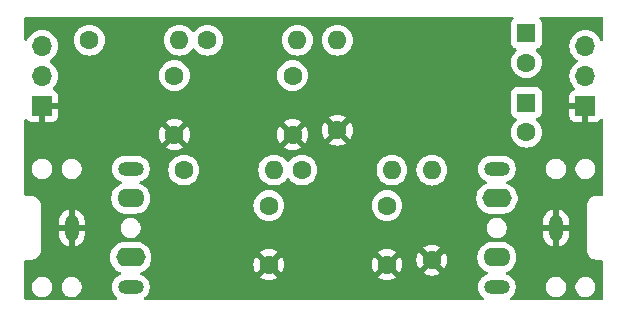
<source format=gbr>
%TF.GenerationSoftware,KiCad,Pcbnew,8.0.7*%
%TF.CreationDate,2025-07-31T15:36:56+01:00*%
%TF.ProjectId,PWMOutputFilter,50574d4f-7574-4707-9574-46696c746572,rev?*%
%TF.SameCoordinates,Original*%
%TF.FileFunction,Copper,L2,Bot*%
%TF.FilePolarity,Positive*%
%FSLAX46Y46*%
G04 Gerber Fmt 4.6, Leading zero omitted, Abs format (unit mm)*
G04 Created by KiCad (PCBNEW 8.0.7) date 2025-07-31 15:36:56*
%MOMM*%
%LPD*%
G01*
G04 APERTURE LIST*
%TA.AperFunction,ComponentPad*%
%ADD10C,1.600000*%
%TD*%
%TA.AperFunction,ComponentPad*%
%ADD11O,1.600000X1.600000*%
%TD*%
%TA.AperFunction,ComponentPad*%
%ADD12R,1.700000X1.700000*%
%TD*%
%TA.AperFunction,ComponentPad*%
%ADD13O,1.700000X1.700000*%
%TD*%
%TA.AperFunction,ComponentPad*%
%ADD14O,2.500000X1.600000*%
%TD*%
%TA.AperFunction,ComponentPad*%
%ADD15O,2.200000X1.200000*%
%TD*%
%TA.AperFunction,ComponentPad*%
%ADD16O,1.200000X2.200000*%
%TD*%
%TA.AperFunction,ComponentPad*%
%ADD17O,2.300000X1.600000*%
%TD*%
%TA.AperFunction,ComponentPad*%
%ADD18R,1.600000X1.600000*%
%TD*%
G04 APERTURE END LIST*
D10*
%TO.P,C2,1*%
%TO.N,Net-(C2-Pad1)*%
X81200000Y-71500000D03*
%TO.P,C2,2*%
%TO.N,GND*%
X81200000Y-76500000D03*
%TD*%
%TO.P,C1,1*%
%TO.N,Net-(C1-Pad1)*%
X71200000Y-71500000D03*
%TO.P,C1,2*%
%TO.N,GND*%
X71200000Y-76500000D03*
%TD*%
%TO.P,C5,1*%
%TO.N,Net-(C5-Pad1)*%
X73200000Y-60500000D03*
%TO.P,C5,2*%
%TO.N,GND*%
X73200000Y-65500000D03*
%TD*%
%TO.P,C4,1*%
%TO.N,Net-(C4-Pad1)*%
X63200000Y-60500000D03*
%TO.P,C4,2*%
%TO.N,GND*%
X63200000Y-65500000D03*
%TD*%
%TO.P,R6,1*%
%TO.N,GND*%
X77000000Y-65125000D03*
D11*
%TO.P,R6,2*%
%TO.N,Net-(C5-Pad1)*%
X77000000Y-57505000D03*
%TD*%
D10*
%TO.P,R5,1*%
%TO.N,Net-(C4-Pad1)*%
X66000000Y-57500000D03*
D11*
%TO.P,R5,2*%
%TO.N,Net-(C5-Pad1)*%
X73620000Y-57500000D03*
%TD*%
D10*
%TO.P,R4,1*%
%TO.N,Net-(J3-Pin_3)*%
X56000000Y-57500000D03*
D11*
%TO.P,R4,2*%
%TO.N,Net-(C4-Pad1)*%
X63620000Y-57500000D03*
%TD*%
D10*
%TO.P,R3,1*%
%TO.N,GND*%
X85000000Y-76125000D03*
D11*
%TO.P,R3,2*%
%TO.N,Net-(C2-Pad1)*%
X85000000Y-68505000D03*
%TD*%
D10*
%TO.P,R2,1*%
%TO.N,Net-(C1-Pad1)*%
X74000000Y-68500000D03*
D11*
%TO.P,R2,2*%
%TO.N,Net-(C2-Pad1)*%
X81620000Y-68500000D03*
%TD*%
D10*
%TO.P,R1,1*%
%TO.N,Net-(J3-Pin_2)*%
X64000000Y-68500000D03*
D11*
%TO.P,R1,2*%
%TO.N,Net-(C1-Pad1)*%
X71620000Y-68500000D03*
%TD*%
D12*
%TO.P,J4,1,Pin_1*%
%TO.N,GND*%
X98000000Y-63080000D03*
D13*
%TO.P,J4,2,Pin_2*%
%TO.N,Net-(J4-Pin_2)*%
X98000000Y-60540000D03*
%TO.P,J4,3,Pin_3*%
%TO.N,Net-(J4-Pin_3)*%
X98000000Y-58000000D03*
%TD*%
D12*
%TO.P,J3,1,Pin_1*%
%TO.N,GND*%
X52000000Y-63080000D03*
D13*
%TO.P,J3,2,Pin_2*%
%TO.N,Net-(J3-Pin_2)*%
X52000000Y-60540000D03*
%TO.P,J3,3,Pin_3*%
%TO.N,Net-(J3-Pin_3)*%
X52000000Y-58000000D03*
%TD*%
D14*
%TO.P,J2,TN*%
%TO.N,unconnected-(J2-PadTN)*%
X59500000Y-75900000D03*
D15*
%TO.P,J2,T*%
%TO.N,Net-(J3-Pin_2)*%
X59500000Y-78400000D03*
D16*
%TO.P,J2,S*%
%TO.N,GND*%
X54500000Y-73400000D03*
D17*
%TO.P,J2,RN*%
%TO.N,unconnected-(J2-PadRN)*%
X59500000Y-70900000D03*
D15*
%TO.P,J2,R*%
%TO.N,Net-(J3-Pin_3)*%
X59500000Y-68400000D03*
%TD*%
D14*
%TO.P,J1,TN*%
%TO.N,unconnected-(J1-PadTN)*%
X90500000Y-70900000D03*
D15*
%TO.P,J1,T*%
%TO.N,Net-(J4-Pin_2)*%
X90500000Y-68400000D03*
D16*
%TO.P,J1,S*%
%TO.N,GND*%
X95500000Y-73400000D03*
D17*
%TO.P,J1,RN*%
%TO.N,unconnected-(J1-PadRN)*%
X90500000Y-75900000D03*
D15*
%TO.P,J1,R*%
%TO.N,Net-(J4-Pin_3)*%
X90500000Y-78400000D03*
%TD*%
D18*
%TO.P,C6,1*%
%TO.N,Net-(C5-Pad1)*%
X93000000Y-56900000D03*
D10*
%TO.P,C6,2*%
%TO.N,Net-(J4-Pin_3)*%
X93000000Y-59400000D03*
%TD*%
D18*
%TO.P,C3,1*%
%TO.N,Net-(C2-Pad1)*%
X93000000Y-62800000D03*
D10*
%TO.P,C3,2*%
%TO.N,Net-(J4-Pin_2)*%
X93000000Y-65300000D03*
%TD*%
%TA.AperFunction,Conductor*%
%TO.N,GND*%
G36*
X91860145Y-55520185D02*
G01*
X91905900Y-55572989D01*
X91915844Y-55642147D01*
X91886819Y-55705703D01*
X91867418Y-55723766D01*
X91842452Y-55742455D01*
X91756206Y-55857664D01*
X91756202Y-55857671D01*
X91705908Y-55992517D01*
X91699501Y-56052116D01*
X91699501Y-56052123D01*
X91699500Y-56052135D01*
X91699500Y-57747870D01*
X91699501Y-57747876D01*
X91705908Y-57807483D01*
X91756202Y-57942328D01*
X91756206Y-57942335D01*
X91842452Y-58057544D01*
X91842455Y-58057547D01*
X91957664Y-58143793D01*
X91957671Y-58143797D01*
X91981633Y-58152734D01*
X92092517Y-58194091D01*
X92092527Y-58194092D01*
X92097913Y-58195365D01*
X92158631Y-58229935D01*
X92191021Y-58291843D01*
X92184799Y-58361435D01*
X92157088Y-58403725D01*
X91999951Y-58560862D01*
X91869432Y-58747265D01*
X91869431Y-58747267D01*
X91773261Y-58953502D01*
X91773258Y-58953511D01*
X91714366Y-59173302D01*
X91714364Y-59173313D01*
X91694532Y-59399998D01*
X91694532Y-59400001D01*
X91714364Y-59626686D01*
X91714366Y-59626697D01*
X91773258Y-59846488D01*
X91773261Y-59846497D01*
X91869431Y-60052732D01*
X91869432Y-60052734D01*
X91999954Y-60239141D01*
X92160858Y-60400045D01*
X92160861Y-60400047D01*
X92347266Y-60530568D01*
X92553504Y-60626739D01*
X92773308Y-60685635D01*
X92935230Y-60699801D01*
X92999998Y-60705468D01*
X93000000Y-60705468D01*
X93000002Y-60705468D01*
X93056673Y-60700509D01*
X93226692Y-60685635D01*
X93446496Y-60626739D01*
X93652734Y-60530568D01*
X93839139Y-60400047D01*
X94000047Y-60239139D01*
X94130568Y-60052734D01*
X94226739Y-59846496D01*
X94285635Y-59626692D01*
X94305468Y-59400000D01*
X94285635Y-59173308D01*
X94226739Y-58953504D01*
X94130568Y-58747266D01*
X94000047Y-58560861D01*
X94000045Y-58560858D01*
X93842913Y-58403726D01*
X93809428Y-58342403D01*
X93814412Y-58272711D01*
X93856284Y-58216778D01*
X93902078Y-58195368D01*
X93907480Y-58194091D01*
X93907483Y-58194091D01*
X94042331Y-58143796D01*
X94157546Y-58057546D01*
X94243796Y-57942331D01*
X94294091Y-57807483D01*
X94300500Y-57747873D01*
X94300499Y-56052128D01*
X94294091Y-55992517D01*
X94243796Y-55857669D01*
X94243795Y-55857668D01*
X94243793Y-55857664D01*
X94157547Y-55742455D01*
X94132582Y-55723766D01*
X94090712Y-55667832D01*
X94085728Y-55598140D01*
X94119214Y-55536818D01*
X94180538Y-55503333D01*
X94206894Y-55500500D01*
X99375500Y-55500500D01*
X99442539Y-55520185D01*
X99488294Y-55572989D01*
X99499500Y-55624500D01*
X99499500Y-57460803D01*
X99479815Y-57527842D01*
X99427011Y-57573597D01*
X99357853Y-57583541D01*
X99294297Y-57554516D01*
X99263118Y-57513208D01*
X99174035Y-57322171D01*
X99174034Y-57322169D01*
X99038494Y-57128597D01*
X98871402Y-56961506D01*
X98871395Y-56961501D01*
X98677834Y-56825967D01*
X98677830Y-56825965D01*
X98635821Y-56806376D01*
X98463663Y-56726097D01*
X98463659Y-56726096D01*
X98463655Y-56726094D01*
X98235413Y-56664938D01*
X98235403Y-56664936D01*
X98000001Y-56644341D01*
X97999999Y-56644341D01*
X97764596Y-56664936D01*
X97764586Y-56664938D01*
X97536344Y-56726094D01*
X97536335Y-56726098D01*
X97322171Y-56825964D01*
X97322169Y-56825965D01*
X97128597Y-56961505D01*
X96961505Y-57128597D01*
X96825965Y-57322169D01*
X96825964Y-57322171D01*
X96726098Y-57536335D01*
X96726094Y-57536344D01*
X96664938Y-57764586D01*
X96664936Y-57764596D01*
X96644341Y-57999999D01*
X96644341Y-58000000D01*
X96664936Y-58235403D01*
X96664938Y-58235413D01*
X96726094Y-58463655D01*
X96726096Y-58463659D01*
X96726097Y-58463663D01*
X96771422Y-58560862D01*
X96825965Y-58677830D01*
X96825967Y-58677834D01*
X96961501Y-58871395D01*
X96961506Y-58871402D01*
X97128597Y-59038493D01*
X97128603Y-59038498D01*
X97314158Y-59168425D01*
X97357783Y-59223002D01*
X97364977Y-59292500D01*
X97333454Y-59354855D01*
X97314158Y-59371575D01*
X97128597Y-59501505D01*
X96961505Y-59668597D01*
X96825965Y-59862169D01*
X96825964Y-59862171D01*
X96726098Y-60076335D01*
X96726094Y-60076344D01*
X96664938Y-60304586D01*
X96664936Y-60304596D01*
X96644341Y-60539999D01*
X96644341Y-60540000D01*
X96664936Y-60775403D01*
X96664938Y-60775413D01*
X96726094Y-61003655D01*
X96726096Y-61003659D01*
X96726097Y-61003663D01*
X96761319Y-61079196D01*
X96825965Y-61217830D01*
X96825967Y-61217834D01*
X96910908Y-61339141D01*
X96961501Y-61411396D01*
X96961506Y-61411402D01*
X97083818Y-61533714D01*
X97117303Y-61595037D01*
X97112319Y-61664729D01*
X97070447Y-61720662D01*
X97039471Y-61737577D01*
X96907912Y-61786646D01*
X96907906Y-61786649D01*
X96792812Y-61872809D01*
X96792809Y-61872812D01*
X96706649Y-61987906D01*
X96706645Y-61987913D01*
X96656403Y-62122620D01*
X96656401Y-62122627D01*
X96650000Y-62182155D01*
X96650000Y-62830000D01*
X97566988Y-62830000D01*
X97534075Y-62887007D01*
X97500000Y-63014174D01*
X97500000Y-63145826D01*
X97534075Y-63272993D01*
X97566988Y-63330000D01*
X96650000Y-63330000D01*
X96650000Y-63977844D01*
X96656401Y-64037372D01*
X96656403Y-64037379D01*
X96706645Y-64172086D01*
X96706649Y-64172093D01*
X96792809Y-64287187D01*
X96792812Y-64287190D01*
X96907906Y-64373350D01*
X96907913Y-64373354D01*
X97042620Y-64423596D01*
X97042627Y-64423598D01*
X97102155Y-64429999D01*
X97102172Y-64430000D01*
X97750000Y-64430000D01*
X97750000Y-63513012D01*
X97807007Y-63545925D01*
X97934174Y-63580000D01*
X98065826Y-63580000D01*
X98192993Y-63545925D01*
X98250000Y-63513012D01*
X98250000Y-64430000D01*
X98897828Y-64430000D01*
X98897844Y-64429999D01*
X98957372Y-64423598D01*
X98957379Y-64423596D01*
X99092086Y-64373354D01*
X99092093Y-64373350D01*
X99207187Y-64287190D01*
X99207190Y-64287187D01*
X99276234Y-64194958D01*
X99332168Y-64153087D01*
X99401859Y-64148103D01*
X99463182Y-64181589D01*
X99496666Y-64242912D01*
X99499500Y-64269269D01*
X99499500Y-70575500D01*
X99479815Y-70642539D01*
X99427011Y-70688294D01*
X99375500Y-70699500D01*
X98911306Y-70699500D01*
X98737341Y-70734103D01*
X98737332Y-70734106D01*
X98573459Y-70801983D01*
X98573446Y-70801990D01*
X98425965Y-70900535D01*
X98425961Y-70900538D01*
X98300538Y-71025961D01*
X98300535Y-71025965D01*
X98201990Y-71173446D01*
X98201983Y-71173459D01*
X98134106Y-71337332D01*
X98134103Y-71337341D01*
X98099500Y-71511304D01*
X98099500Y-75288695D01*
X98134103Y-75462658D01*
X98134106Y-75462667D01*
X98201983Y-75626540D01*
X98201990Y-75626553D01*
X98300535Y-75774034D01*
X98300538Y-75774038D01*
X98425961Y-75899461D01*
X98425965Y-75899464D01*
X98573446Y-75998009D01*
X98573459Y-75998016D01*
X98696363Y-76048923D01*
X98737334Y-76065894D01*
X98737336Y-76065894D01*
X98737341Y-76065896D01*
X98911304Y-76100499D01*
X98911307Y-76100500D01*
X98911309Y-76100500D01*
X98934108Y-76100500D01*
X99375500Y-76100500D01*
X99442539Y-76120185D01*
X99488294Y-76172989D01*
X99499500Y-76224500D01*
X99499500Y-79375500D01*
X99479815Y-79442539D01*
X99427011Y-79488294D01*
X99375500Y-79499500D01*
X91740583Y-79499500D01*
X91673544Y-79479815D01*
X91627789Y-79427011D01*
X91617845Y-79357853D01*
X91646870Y-79294297D01*
X91667694Y-79275184D01*
X91716928Y-79239414D01*
X91839414Y-79116928D01*
X91941232Y-78976788D01*
X92019873Y-78822445D01*
X92073402Y-78657701D01*
X92100500Y-78486611D01*
X92100500Y-78316228D01*
X94649500Y-78316228D01*
X94649500Y-78483771D01*
X94682182Y-78648074D01*
X94682184Y-78648082D01*
X94746295Y-78802860D01*
X94839373Y-78942162D01*
X94957837Y-79060626D01*
X95050494Y-79122537D01*
X95097137Y-79153703D01*
X95251918Y-79217816D01*
X95416228Y-79250499D01*
X95416232Y-79250500D01*
X95416233Y-79250500D01*
X95583768Y-79250500D01*
X95583769Y-79250499D01*
X95748082Y-79217816D01*
X95902863Y-79153703D01*
X96042162Y-79060626D01*
X96160626Y-78942162D01*
X96253703Y-78802863D01*
X96317816Y-78648082D01*
X96350500Y-78483767D01*
X96350500Y-78316233D01*
X96350499Y-78316228D01*
X97149500Y-78316228D01*
X97149500Y-78483771D01*
X97182182Y-78648074D01*
X97182184Y-78648082D01*
X97246295Y-78802860D01*
X97339373Y-78942162D01*
X97457837Y-79060626D01*
X97550494Y-79122537D01*
X97597137Y-79153703D01*
X97751918Y-79217816D01*
X97916228Y-79250499D01*
X97916232Y-79250500D01*
X97916233Y-79250500D01*
X98083768Y-79250500D01*
X98083769Y-79250499D01*
X98248082Y-79217816D01*
X98402863Y-79153703D01*
X98542162Y-79060626D01*
X98660626Y-78942162D01*
X98753703Y-78802863D01*
X98817816Y-78648082D01*
X98850500Y-78483767D01*
X98850500Y-78316233D01*
X98817816Y-78151918D01*
X98753703Y-77997137D01*
X98722537Y-77950494D01*
X98660626Y-77857837D01*
X98542162Y-77739373D01*
X98402860Y-77646295D01*
X98248082Y-77582184D01*
X98248074Y-77582182D01*
X98083771Y-77549500D01*
X98083767Y-77549500D01*
X97916233Y-77549500D01*
X97916228Y-77549500D01*
X97751925Y-77582182D01*
X97751917Y-77582184D01*
X97597139Y-77646295D01*
X97457837Y-77739373D01*
X97339373Y-77857837D01*
X97246295Y-77997139D01*
X97182184Y-78151917D01*
X97182182Y-78151925D01*
X97149500Y-78316228D01*
X96350499Y-78316228D01*
X96317816Y-78151918D01*
X96253703Y-77997137D01*
X96222537Y-77950494D01*
X96160626Y-77857837D01*
X96042162Y-77739373D01*
X95902860Y-77646295D01*
X95748082Y-77582184D01*
X95748074Y-77582182D01*
X95583771Y-77549500D01*
X95583767Y-77549500D01*
X95416233Y-77549500D01*
X95416228Y-77549500D01*
X95251925Y-77582182D01*
X95251917Y-77582184D01*
X95097139Y-77646295D01*
X94957837Y-77739373D01*
X94839373Y-77857837D01*
X94746295Y-77997139D01*
X94682184Y-78151917D01*
X94682182Y-78151925D01*
X94649500Y-78316228D01*
X92100500Y-78316228D01*
X92100500Y-78313389D01*
X92073402Y-78142299D01*
X92019873Y-77977555D01*
X91941232Y-77823212D01*
X91839414Y-77683072D01*
X91716928Y-77560586D01*
X91576788Y-77458768D01*
X91422445Y-77380127D01*
X91325746Y-77348707D01*
X91268071Y-77309270D01*
X91240873Y-77244912D01*
X91252788Y-77176065D01*
X91300032Y-77124590D01*
X91325746Y-77112846D01*
X91349219Y-77105220D01*
X91531610Y-77012287D01*
X91624590Y-76944732D01*
X91697213Y-76891971D01*
X91697215Y-76891968D01*
X91697219Y-76891966D01*
X91841966Y-76747219D01*
X91841968Y-76747215D01*
X91841971Y-76747213D01*
X91909407Y-76654394D01*
X91962287Y-76581610D01*
X92055220Y-76399219D01*
X92118477Y-76204534D01*
X92150500Y-76002352D01*
X92150500Y-75797648D01*
X92146838Y-75774526D01*
X92118477Y-75595465D01*
X92061781Y-75420974D01*
X92055220Y-75400781D01*
X92055218Y-75400778D01*
X92055218Y-75400776D01*
X92021503Y-75334607D01*
X91962287Y-75218390D01*
X91945318Y-75195034D01*
X91841971Y-75052786D01*
X91697213Y-74908028D01*
X91531613Y-74787715D01*
X91531612Y-74787714D01*
X91531610Y-74787713D01*
X91474653Y-74758691D01*
X91349223Y-74694781D01*
X91154534Y-74631522D01*
X90979995Y-74603878D01*
X90952352Y-74599500D01*
X90047648Y-74599500D01*
X90023329Y-74603351D01*
X89845465Y-74631522D01*
X89650776Y-74694781D01*
X89468386Y-74787715D01*
X89302786Y-74908028D01*
X89158028Y-75052786D01*
X89037715Y-75218386D01*
X88944781Y-75400776D01*
X88881522Y-75595465D01*
X88849500Y-75797648D01*
X88849500Y-76002351D01*
X88881522Y-76204534D01*
X88944781Y-76399223D01*
X89008691Y-76524653D01*
X89032468Y-76571317D01*
X89037715Y-76581613D01*
X89158028Y-76747213D01*
X89302786Y-76891971D01*
X89457749Y-77004556D01*
X89468390Y-77012287D01*
X89584607Y-77071503D01*
X89650776Y-77105218D01*
X89650778Y-77105218D01*
X89650781Y-77105220D01*
X89674254Y-77112846D01*
X89731928Y-77152284D01*
X89759126Y-77216643D01*
X89747211Y-77285489D01*
X89699967Y-77336965D01*
X89674255Y-77348706D01*
X89640368Y-77359717D01*
X89577550Y-77380128D01*
X89423211Y-77458768D01*
X89343256Y-77516859D01*
X89283072Y-77560586D01*
X89283070Y-77560588D01*
X89283069Y-77560588D01*
X89160588Y-77683069D01*
X89160588Y-77683070D01*
X89160586Y-77683072D01*
X89119681Y-77739373D01*
X89058768Y-77823211D01*
X88980128Y-77977552D01*
X88926597Y-78142302D01*
X88925074Y-78151918D01*
X88899500Y-78313389D01*
X88899500Y-78486611D01*
X88926598Y-78657701D01*
X88980127Y-78822445D01*
X89058768Y-78976788D01*
X89160586Y-79116928D01*
X89283072Y-79239414D01*
X89332303Y-79275183D01*
X89374968Y-79330512D01*
X89380947Y-79400126D01*
X89348341Y-79461921D01*
X89287502Y-79496278D01*
X89259417Y-79499500D01*
X60740583Y-79499500D01*
X60673544Y-79479815D01*
X60627789Y-79427011D01*
X60617845Y-79357853D01*
X60646870Y-79294297D01*
X60667694Y-79275184D01*
X60716928Y-79239414D01*
X60839414Y-79116928D01*
X60941232Y-78976788D01*
X61019873Y-78822445D01*
X61073402Y-78657701D01*
X61100500Y-78486611D01*
X61100500Y-78313389D01*
X61073402Y-78142299D01*
X61019873Y-77977555D01*
X60941232Y-77823212D01*
X60839414Y-77683072D01*
X60716928Y-77560586D01*
X60576788Y-77458768D01*
X60422445Y-77380127D01*
X60375744Y-77364952D01*
X60318071Y-77325516D01*
X60290873Y-77261157D01*
X60302788Y-77192311D01*
X60350032Y-77140835D01*
X60375743Y-77129093D01*
X60449219Y-77105220D01*
X60631610Y-77012287D01*
X60724590Y-76944732D01*
X60797213Y-76891971D01*
X60797215Y-76891968D01*
X60797219Y-76891966D01*
X60941966Y-76747219D01*
X60941968Y-76747215D01*
X60941971Y-76747213D01*
X61009407Y-76654394D01*
X61062287Y-76581610D01*
X61103871Y-76499997D01*
X69895034Y-76499997D01*
X69895034Y-76500002D01*
X69914858Y-76726599D01*
X69914860Y-76726610D01*
X69973730Y-76946317D01*
X69973735Y-76946331D01*
X70069863Y-77152478D01*
X70120974Y-77225472D01*
X70800000Y-76546446D01*
X70800000Y-76552661D01*
X70827259Y-76654394D01*
X70879920Y-76745606D01*
X70954394Y-76820080D01*
X71045606Y-76872741D01*
X71147339Y-76900000D01*
X71153553Y-76900000D01*
X70474526Y-77579025D01*
X70547513Y-77630132D01*
X70547521Y-77630136D01*
X70753668Y-77726264D01*
X70753682Y-77726269D01*
X70973389Y-77785139D01*
X70973400Y-77785141D01*
X71199998Y-77804966D01*
X71200002Y-77804966D01*
X71426599Y-77785141D01*
X71426610Y-77785139D01*
X71646317Y-77726269D01*
X71646331Y-77726264D01*
X71852478Y-77630136D01*
X71925471Y-77579024D01*
X71246447Y-76900000D01*
X71252661Y-76900000D01*
X71354394Y-76872741D01*
X71445606Y-76820080D01*
X71520080Y-76745606D01*
X71572741Y-76654394D01*
X71600000Y-76552661D01*
X71600000Y-76546447D01*
X72279024Y-77225471D01*
X72330136Y-77152478D01*
X72426264Y-76946331D01*
X72426269Y-76946317D01*
X72485139Y-76726610D01*
X72485141Y-76726599D01*
X72504966Y-76500002D01*
X72504966Y-76499997D01*
X79895034Y-76499997D01*
X79895034Y-76500002D01*
X79914858Y-76726599D01*
X79914860Y-76726610D01*
X79973730Y-76946317D01*
X79973735Y-76946331D01*
X80069863Y-77152478D01*
X80120974Y-77225472D01*
X80800000Y-76546446D01*
X80800000Y-76552661D01*
X80827259Y-76654394D01*
X80879920Y-76745606D01*
X80954394Y-76820080D01*
X81045606Y-76872741D01*
X81147339Y-76900000D01*
X81153553Y-76900000D01*
X80474526Y-77579025D01*
X80547513Y-77630132D01*
X80547521Y-77630136D01*
X80753668Y-77726264D01*
X80753682Y-77726269D01*
X80973389Y-77785139D01*
X80973400Y-77785141D01*
X81199998Y-77804966D01*
X81200002Y-77804966D01*
X81426599Y-77785141D01*
X81426610Y-77785139D01*
X81646317Y-77726269D01*
X81646331Y-77726264D01*
X81852478Y-77630136D01*
X81925471Y-77579024D01*
X81246447Y-76900000D01*
X81252661Y-76900000D01*
X81354394Y-76872741D01*
X81445606Y-76820080D01*
X81520080Y-76745606D01*
X81572741Y-76654394D01*
X81600000Y-76552661D01*
X81600000Y-76546447D01*
X82279024Y-77225471D01*
X82330136Y-77152478D01*
X82426264Y-76946331D01*
X82426269Y-76946317D01*
X82485139Y-76726610D01*
X82485141Y-76726599D01*
X82504966Y-76500002D01*
X82504966Y-76499997D01*
X82485141Y-76273400D01*
X82485139Y-76273389D01*
X82445378Y-76124997D01*
X83695034Y-76124997D01*
X83695034Y-76125002D01*
X83714858Y-76351599D01*
X83714860Y-76351610D01*
X83773730Y-76571317D01*
X83773735Y-76571331D01*
X83869863Y-76777478D01*
X83920974Y-76850472D01*
X84600000Y-76171446D01*
X84600000Y-76177661D01*
X84627259Y-76279394D01*
X84679920Y-76370606D01*
X84754394Y-76445080D01*
X84845606Y-76497741D01*
X84947339Y-76525000D01*
X84953553Y-76525000D01*
X84274526Y-77204025D01*
X84347513Y-77255132D01*
X84347521Y-77255136D01*
X84553668Y-77351264D01*
X84553682Y-77351269D01*
X84773389Y-77410139D01*
X84773400Y-77410141D01*
X84999998Y-77429966D01*
X85000002Y-77429966D01*
X85226599Y-77410141D01*
X85226610Y-77410139D01*
X85446317Y-77351269D01*
X85446331Y-77351264D01*
X85652478Y-77255136D01*
X85725471Y-77204024D01*
X85046447Y-76525000D01*
X85052661Y-76525000D01*
X85154394Y-76497741D01*
X85245606Y-76445080D01*
X85320080Y-76370606D01*
X85372741Y-76279394D01*
X85400000Y-76177661D01*
X85400000Y-76171447D01*
X86079024Y-76850471D01*
X86130136Y-76777478D01*
X86226264Y-76571331D01*
X86226269Y-76571317D01*
X86285139Y-76351610D01*
X86285141Y-76351599D01*
X86304966Y-76125002D01*
X86304966Y-76124997D01*
X86285141Y-75898400D01*
X86285139Y-75898389D01*
X86226269Y-75678682D01*
X86226264Y-75678668D01*
X86130136Y-75472521D01*
X86130132Y-75472513D01*
X86079025Y-75399526D01*
X85400000Y-76078551D01*
X85400000Y-76072339D01*
X85372741Y-75970606D01*
X85320080Y-75879394D01*
X85245606Y-75804920D01*
X85154394Y-75752259D01*
X85052661Y-75725000D01*
X85046445Y-75725000D01*
X85725472Y-75045974D01*
X85652478Y-74994863D01*
X85446331Y-74898735D01*
X85446317Y-74898730D01*
X85226610Y-74839860D01*
X85226599Y-74839858D01*
X85000002Y-74820034D01*
X84999998Y-74820034D01*
X84773400Y-74839858D01*
X84773389Y-74839860D01*
X84553682Y-74898730D01*
X84553673Y-74898734D01*
X84347516Y-74994866D01*
X84347512Y-74994868D01*
X84274526Y-75045973D01*
X84274526Y-75045974D01*
X84953553Y-75725000D01*
X84947339Y-75725000D01*
X84845606Y-75752259D01*
X84754394Y-75804920D01*
X84679920Y-75879394D01*
X84627259Y-75970606D01*
X84600000Y-76072339D01*
X84600000Y-76078552D01*
X83920974Y-75399526D01*
X83920973Y-75399526D01*
X83869868Y-75472512D01*
X83869866Y-75472516D01*
X83773734Y-75678673D01*
X83773730Y-75678682D01*
X83714860Y-75898389D01*
X83714858Y-75898400D01*
X83695034Y-76124997D01*
X82445378Y-76124997D01*
X82426269Y-76053682D01*
X82426264Y-76053668D01*
X82330136Y-75847521D01*
X82330132Y-75847513D01*
X82279025Y-75774526D01*
X81600000Y-76453551D01*
X81600000Y-76447339D01*
X81572741Y-76345606D01*
X81520080Y-76254394D01*
X81445606Y-76179920D01*
X81354394Y-76127259D01*
X81252661Y-76100000D01*
X81246445Y-76100000D01*
X81925472Y-75420974D01*
X81852478Y-75369863D01*
X81646331Y-75273735D01*
X81646317Y-75273730D01*
X81426610Y-75214860D01*
X81426599Y-75214858D01*
X81200002Y-75195034D01*
X81199998Y-75195034D01*
X80973400Y-75214858D01*
X80973389Y-75214860D01*
X80753682Y-75273730D01*
X80753673Y-75273734D01*
X80547516Y-75369866D01*
X80547512Y-75369868D01*
X80474526Y-75420973D01*
X80474526Y-75420974D01*
X81153553Y-76100000D01*
X81147339Y-76100000D01*
X81045606Y-76127259D01*
X80954394Y-76179920D01*
X80879920Y-76254394D01*
X80827259Y-76345606D01*
X80800000Y-76447339D01*
X80800000Y-76453552D01*
X80120974Y-75774526D01*
X80120973Y-75774526D01*
X80069868Y-75847512D01*
X80069866Y-75847516D01*
X79973734Y-76053673D01*
X79973730Y-76053682D01*
X79914860Y-76273389D01*
X79914858Y-76273400D01*
X79895034Y-76499997D01*
X72504966Y-76499997D01*
X72485141Y-76273400D01*
X72485139Y-76273389D01*
X72426269Y-76053682D01*
X72426264Y-76053668D01*
X72330136Y-75847521D01*
X72330132Y-75847513D01*
X72279025Y-75774526D01*
X71600000Y-76453551D01*
X71600000Y-76447339D01*
X71572741Y-76345606D01*
X71520080Y-76254394D01*
X71445606Y-76179920D01*
X71354394Y-76127259D01*
X71252661Y-76100000D01*
X71246445Y-76100000D01*
X71925472Y-75420974D01*
X71852478Y-75369863D01*
X71646331Y-75273735D01*
X71646317Y-75273730D01*
X71426610Y-75214860D01*
X71426599Y-75214858D01*
X71200002Y-75195034D01*
X71199998Y-75195034D01*
X70973400Y-75214858D01*
X70973389Y-75214860D01*
X70753682Y-75273730D01*
X70753673Y-75273734D01*
X70547516Y-75369866D01*
X70547512Y-75369868D01*
X70474526Y-75420973D01*
X70474526Y-75420974D01*
X71153553Y-76100000D01*
X71147339Y-76100000D01*
X71045606Y-76127259D01*
X70954394Y-76179920D01*
X70879920Y-76254394D01*
X70827259Y-76345606D01*
X70800000Y-76447339D01*
X70800000Y-76453552D01*
X70120974Y-75774526D01*
X70120973Y-75774526D01*
X70069868Y-75847512D01*
X70069866Y-75847516D01*
X69973734Y-76053673D01*
X69973730Y-76053682D01*
X69914860Y-76273389D01*
X69914858Y-76273400D01*
X69895034Y-76499997D01*
X61103871Y-76499997D01*
X61155220Y-76399219D01*
X61218477Y-76204534D01*
X61250500Y-76002352D01*
X61250500Y-75797648D01*
X61246838Y-75774526D01*
X61218477Y-75595465D01*
X61161781Y-75420974D01*
X61155220Y-75400781D01*
X61155218Y-75400778D01*
X61155218Y-75400776D01*
X61121503Y-75334607D01*
X61062287Y-75218390D01*
X61045318Y-75195034D01*
X60941971Y-75052786D01*
X60797213Y-74908028D01*
X60631613Y-74787715D01*
X60631612Y-74787714D01*
X60631610Y-74787713D01*
X60574653Y-74758691D01*
X60449223Y-74694781D01*
X60254534Y-74631522D01*
X60079995Y-74603878D01*
X60052352Y-74599500D01*
X58947648Y-74599500D01*
X58923329Y-74603351D01*
X58745465Y-74631522D01*
X58550776Y-74694781D01*
X58368386Y-74787715D01*
X58202786Y-74908028D01*
X58058028Y-75052786D01*
X57937715Y-75218386D01*
X57844781Y-75400776D01*
X57781522Y-75595465D01*
X57749500Y-75797648D01*
X57749500Y-76002351D01*
X57781522Y-76204534D01*
X57844781Y-76399223D01*
X57908691Y-76524653D01*
X57932468Y-76571317D01*
X57937715Y-76581613D01*
X58058028Y-76747213D01*
X58202786Y-76891971D01*
X58357749Y-77004556D01*
X58368390Y-77012287D01*
X58550781Y-77105220D01*
X58624252Y-77129092D01*
X58681928Y-77168530D01*
X58709126Y-77232888D01*
X58697211Y-77301735D01*
X58649967Y-77353210D01*
X58624254Y-77364953D01*
X58612017Y-77368929D01*
X58577550Y-77380128D01*
X58423211Y-77458768D01*
X58343256Y-77516859D01*
X58283072Y-77560586D01*
X58283070Y-77560588D01*
X58283069Y-77560588D01*
X58160588Y-77683069D01*
X58160588Y-77683070D01*
X58160586Y-77683072D01*
X58119681Y-77739373D01*
X58058768Y-77823211D01*
X57980128Y-77977552D01*
X57926597Y-78142302D01*
X57925074Y-78151918D01*
X57899500Y-78313389D01*
X57899500Y-78486611D01*
X57926598Y-78657701D01*
X57980127Y-78822445D01*
X58058768Y-78976788D01*
X58160586Y-79116928D01*
X58283072Y-79239414D01*
X58332303Y-79275183D01*
X58374968Y-79330512D01*
X58380947Y-79400126D01*
X58348341Y-79461921D01*
X58287502Y-79496278D01*
X58259417Y-79499500D01*
X50624500Y-79499500D01*
X50557461Y-79479815D01*
X50511706Y-79427011D01*
X50500500Y-79375500D01*
X50500500Y-78316228D01*
X51149500Y-78316228D01*
X51149500Y-78483771D01*
X51182182Y-78648074D01*
X51182184Y-78648082D01*
X51246295Y-78802860D01*
X51339373Y-78942162D01*
X51457837Y-79060626D01*
X51550494Y-79122537D01*
X51597137Y-79153703D01*
X51751918Y-79217816D01*
X51916228Y-79250499D01*
X51916232Y-79250500D01*
X51916233Y-79250500D01*
X52083768Y-79250500D01*
X52083769Y-79250499D01*
X52248082Y-79217816D01*
X52402863Y-79153703D01*
X52542162Y-79060626D01*
X52660626Y-78942162D01*
X52753703Y-78802863D01*
X52817816Y-78648082D01*
X52850500Y-78483767D01*
X52850500Y-78316233D01*
X52850499Y-78316228D01*
X53649500Y-78316228D01*
X53649500Y-78483771D01*
X53682182Y-78648074D01*
X53682184Y-78648082D01*
X53746295Y-78802860D01*
X53839373Y-78942162D01*
X53957837Y-79060626D01*
X54050494Y-79122537D01*
X54097137Y-79153703D01*
X54251918Y-79217816D01*
X54416228Y-79250499D01*
X54416232Y-79250500D01*
X54416233Y-79250500D01*
X54583768Y-79250500D01*
X54583769Y-79250499D01*
X54748082Y-79217816D01*
X54902863Y-79153703D01*
X55042162Y-79060626D01*
X55160626Y-78942162D01*
X55253703Y-78802863D01*
X55317816Y-78648082D01*
X55350500Y-78483767D01*
X55350500Y-78316233D01*
X55317816Y-78151918D01*
X55253703Y-77997137D01*
X55222537Y-77950494D01*
X55160626Y-77857837D01*
X55042162Y-77739373D01*
X54902860Y-77646295D01*
X54748082Y-77582184D01*
X54748074Y-77582182D01*
X54583771Y-77549500D01*
X54583767Y-77549500D01*
X54416233Y-77549500D01*
X54416228Y-77549500D01*
X54251925Y-77582182D01*
X54251917Y-77582184D01*
X54097139Y-77646295D01*
X53957837Y-77739373D01*
X53839373Y-77857837D01*
X53746295Y-77997139D01*
X53682184Y-78151917D01*
X53682182Y-78151925D01*
X53649500Y-78316228D01*
X52850499Y-78316228D01*
X52817816Y-78151918D01*
X52753703Y-77997137D01*
X52722537Y-77950494D01*
X52660626Y-77857837D01*
X52542162Y-77739373D01*
X52402860Y-77646295D01*
X52248082Y-77582184D01*
X52248074Y-77582182D01*
X52083771Y-77549500D01*
X52083767Y-77549500D01*
X51916233Y-77549500D01*
X51916228Y-77549500D01*
X51751925Y-77582182D01*
X51751917Y-77582184D01*
X51597139Y-77646295D01*
X51457837Y-77739373D01*
X51339373Y-77857837D01*
X51246295Y-77997139D01*
X51182184Y-78151917D01*
X51182182Y-78151925D01*
X51149500Y-78316228D01*
X50500500Y-78316228D01*
X50500500Y-76224500D01*
X50520185Y-76157461D01*
X50572989Y-76111706D01*
X50624500Y-76100500D01*
X51088693Y-76100500D01*
X51088694Y-76100499D01*
X51146682Y-76088964D01*
X51262658Y-76065896D01*
X51262661Y-76065894D01*
X51262666Y-76065894D01*
X51426547Y-75998013D01*
X51574035Y-75899464D01*
X51699464Y-75774035D01*
X51798013Y-75626547D01*
X51865894Y-75462666D01*
X51874188Y-75420973D01*
X51900499Y-75288695D01*
X51900500Y-75288693D01*
X51900500Y-73986571D01*
X53400000Y-73986571D01*
X53427085Y-74157584D01*
X53480591Y-74322257D01*
X53559195Y-74476524D01*
X53660967Y-74616602D01*
X53783397Y-74739032D01*
X53923475Y-74840804D01*
X54077744Y-74919408D01*
X54242415Y-74972914D01*
X54242414Y-74972914D01*
X54249999Y-74974115D01*
X54750000Y-74974115D01*
X54757584Y-74972914D01*
X54922255Y-74919408D01*
X55076524Y-74840804D01*
X55216602Y-74739032D01*
X55339032Y-74616602D01*
X55440804Y-74476524D01*
X55519408Y-74322257D01*
X55572914Y-74157584D01*
X55600000Y-73986571D01*
X55600000Y-73650000D01*
X54750000Y-73650000D01*
X54750000Y-74974115D01*
X54249999Y-74974115D01*
X54250000Y-74974114D01*
X54250000Y-73650000D01*
X53400000Y-73650000D01*
X53400000Y-73986571D01*
X51900500Y-73986571D01*
X51900500Y-72813428D01*
X53400000Y-72813428D01*
X53400000Y-73150000D01*
X54250000Y-73150000D01*
X54250000Y-72860218D01*
X54300000Y-72860218D01*
X54300000Y-73939782D01*
X54330448Y-74013291D01*
X54386709Y-74069552D01*
X54460218Y-74100000D01*
X54539782Y-74100000D01*
X54613291Y-74069552D01*
X54669552Y-74013291D01*
X54700000Y-73939782D01*
X54700000Y-73316228D01*
X58649500Y-73316228D01*
X58649500Y-73483771D01*
X58682182Y-73648074D01*
X58682184Y-73648082D01*
X58746295Y-73802860D01*
X58839373Y-73942162D01*
X58957837Y-74060626D01*
X59016765Y-74100000D01*
X59097137Y-74153703D01*
X59251918Y-74217816D01*
X59416228Y-74250499D01*
X59416232Y-74250500D01*
X59416233Y-74250500D01*
X59583768Y-74250500D01*
X59583769Y-74250499D01*
X59748082Y-74217816D01*
X59902863Y-74153703D01*
X60042162Y-74060626D01*
X60160626Y-73942162D01*
X60253703Y-73802863D01*
X60317816Y-73648082D01*
X60350500Y-73483767D01*
X60350500Y-73316233D01*
X60350499Y-73316228D01*
X89649500Y-73316228D01*
X89649500Y-73483771D01*
X89682182Y-73648074D01*
X89682184Y-73648082D01*
X89746295Y-73802860D01*
X89839373Y-73942162D01*
X89957837Y-74060626D01*
X90016765Y-74100000D01*
X90097137Y-74153703D01*
X90251918Y-74217816D01*
X90416228Y-74250499D01*
X90416232Y-74250500D01*
X90416233Y-74250500D01*
X90583768Y-74250500D01*
X90583769Y-74250499D01*
X90748082Y-74217816D01*
X90902863Y-74153703D01*
X91042162Y-74060626D01*
X91116217Y-73986571D01*
X94400000Y-73986571D01*
X94427085Y-74157584D01*
X94480591Y-74322257D01*
X94559195Y-74476524D01*
X94660967Y-74616602D01*
X94783397Y-74739032D01*
X94923475Y-74840804D01*
X95077744Y-74919408D01*
X95242415Y-74972914D01*
X95242414Y-74972914D01*
X95249999Y-74974115D01*
X95750000Y-74974115D01*
X95757584Y-74972914D01*
X95922255Y-74919408D01*
X96076524Y-74840804D01*
X96216602Y-74739032D01*
X96339032Y-74616602D01*
X96440804Y-74476524D01*
X96519408Y-74322257D01*
X96572914Y-74157584D01*
X96600000Y-73986571D01*
X96600000Y-73650000D01*
X95750000Y-73650000D01*
X95750000Y-74974115D01*
X95249999Y-74974115D01*
X95250000Y-74974114D01*
X95250000Y-73650000D01*
X94400000Y-73650000D01*
X94400000Y-73986571D01*
X91116217Y-73986571D01*
X91160626Y-73942162D01*
X91253703Y-73802863D01*
X91317816Y-73648082D01*
X91350500Y-73483767D01*
X91350500Y-73316233D01*
X91317816Y-73151918D01*
X91253703Y-72997137D01*
X91222537Y-72950494D01*
X91160626Y-72857837D01*
X91116217Y-72813428D01*
X94400000Y-72813428D01*
X94400000Y-73150000D01*
X95250000Y-73150000D01*
X95250000Y-72860218D01*
X95300000Y-72860218D01*
X95300000Y-73939782D01*
X95330448Y-74013291D01*
X95386709Y-74069552D01*
X95460218Y-74100000D01*
X95539782Y-74100000D01*
X95613291Y-74069552D01*
X95669552Y-74013291D01*
X95700000Y-73939782D01*
X95700000Y-73150000D01*
X95750000Y-73150000D01*
X96600000Y-73150000D01*
X96600000Y-72813428D01*
X96572914Y-72642415D01*
X96519408Y-72477742D01*
X96440804Y-72323475D01*
X96339032Y-72183397D01*
X96216602Y-72060967D01*
X96076524Y-71959195D01*
X95922257Y-71880591D01*
X95757589Y-71827087D01*
X95757581Y-71827085D01*
X95750000Y-71825884D01*
X95750000Y-73150000D01*
X95700000Y-73150000D01*
X95700000Y-72860218D01*
X95669552Y-72786709D01*
X95613291Y-72730448D01*
X95539782Y-72700000D01*
X95460218Y-72700000D01*
X95386709Y-72730448D01*
X95330448Y-72786709D01*
X95300000Y-72860218D01*
X95250000Y-72860218D01*
X95250000Y-71825884D01*
X95249999Y-71825884D01*
X95242418Y-71827085D01*
X95242410Y-71827087D01*
X95077742Y-71880591D01*
X94923475Y-71959195D01*
X94783397Y-72060967D01*
X94660967Y-72183397D01*
X94559195Y-72323475D01*
X94480591Y-72477742D01*
X94427085Y-72642415D01*
X94400000Y-72813428D01*
X91116217Y-72813428D01*
X91042162Y-72739373D01*
X90902860Y-72646295D01*
X90748082Y-72582184D01*
X90748074Y-72582182D01*
X90583771Y-72549500D01*
X90583767Y-72549500D01*
X90416233Y-72549500D01*
X90416228Y-72549500D01*
X90251925Y-72582182D01*
X90251917Y-72582184D01*
X90097139Y-72646295D01*
X89957837Y-72739373D01*
X89839373Y-72857837D01*
X89746295Y-72997139D01*
X89682184Y-73151917D01*
X89682182Y-73151925D01*
X89649500Y-73316228D01*
X60350499Y-73316228D01*
X60317816Y-73151918D01*
X60253703Y-72997137D01*
X60222537Y-72950494D01*
X60160626Y-72857837D01*
X60042162Y-72739373D01*
X59902860Y-72646295D01*
X59748082Y-72582184D01*
X59748074Y-72582182D01*
X59583771Y-72549500D01*
X59583767Y-72549500D01*
X59416233Y-72549500D01*
X59416228Y-72549500D01*
X59251925Y-72582182D01*
X59251917Y-72582184D01*
X59097139Y-72646295D01*
X58957837Y-72739373D01*
X58839373Y-72857837D01*
X58746295Y-72997139D01*
X58682184Y-73151917D01*
X58682182Y-73151925D01*
X58649500Y-73316228D01*
X54700000Y-73316228D01*
X54700000Y-73150000D01*
X54750000Y-73150000D01*
X55600000Y-73150000D01*
X55600000Y-72813428D01*
X55572914Y-72642415D01*
X55519408Y-72477742D01*
X55440804Y-72323475D01*
X55339032Y-72183397D01*
X55216602Y-72060967D01*
X55076524Y-71959195D01*
X54922257Y-71880591D01*
X54757589Y-71827087D01*
X54757581Y-71827085D01*
X54750000Y-71825884D01*
X54750000Y-73150000D01*
X54700000Y-73150000D01*
X54700000Y-72860218D01*
X54669552Y-72786709D01*
X54613291Y-72730448D01*
X54539782Y-72700000D01*
X54460218Y-72700000D01*
X54386709Y-72730448D01*
X54330448Y-72786709D01*
X54300000Y-72860218D01*
X54250000Y-72860218D01*
X54250000Y-71825884D01*
X54249999Y-71825884D01*
X54242418Y-71827085D01*
X54242410Y-71827087D01*
X54077742Y-71880591D01*
X53923475Y-71959195D01*
X53783397Y-72060967D01*
X53660967Y-72183397D01*
X53559195Y-72323475D01*
X53480591Y-72477742D01*
X53427085Y-72642415D01*
X53400000Y-72813428D01*
X51900500Y-72813428D01*
X51900500Y-71511306D01*
X51900499Y-71511304D01*
X51865896Y-71337341D01*
X51865893Y-71337332D01*
X51798016Y-71173459D01*
X51798009Y-71173446D01*
X51699464Y-71025965D01*
X51699461Y-71025961D01*
X51574038Y-70900538D01*
X51574034Y-70900535D01*
X51426553Y-70801990D01*
X51426540Y-70801983D01*
X51416074Y-70797648D01*
X57849500Y-70797648D01*
X57849500Y-71002351D01*
X57881522Y-71204534D01*
X57944781Y-71399223D01*
X57996131Y-71500001D01*
X58013509Y-71534108D01*
X58037715Y-71581613D01*
X58158028Y-71747213D01*
X58302786Y-71891971D01*
X58457749Y-72004556D01*
X58468390Y-72012287D01*
X58563930Y-72060967D01*
X58650776Y-72105218D01*
X58650778Y-72105218D01*
X58650781Y-72105220D01*
X58755137Y-72139127D01*
X58845465Y-72168477D01*
X58939666Y-72183397D01*
X59047648Y-72200500D01*
X59047649Y-72200500D01*
X59952351Y-72200500D01*
X59952352Y-72200500D01*
X60154534Y-72168477D01*
X60349219Y-72105220D01*
X60531610Y-72012287D01*
X60624590Y-71944732D01*
X60697213Y-71891971D01*
X60697215Y-71891968D01*
X60697219Y-71891966D01*
X60841966Y-71747219D01*
X60841968Y-71747215D01*
X60841971Y-71747213D01*
X60900690Y-71666392D01*
X60962287Y-71581610D01*
X61003870Y-71499998D01*
X69894532Y-71499998D01*
X69894532Y-71500001D01*
X69914364Y-71726686D01*
X69914366Y-71726697D01*
X69973258Y-71946488D01*
X69973261Y-71946497D01*
X70069431Y-72152732D01*
X70069432Y-72152734D01*
X70199954Y-72339141D01*
X70360858Y-72500045D01*
X70360861Y-72500047D01*
X70547266Y-72630568D01*
X70753504Y-72726739D01*
X70973308Y-72785635D01*
X71135230Y-72799801D01*
X71199998Y-72805468D01*
X71200000Y-72805468D01*
X71200002Y-72805468D01*
X71256673Y-72800509D01*
X71426692Y-72785635D01*
X71646496Y-72726739D01*
X71852734Y-72630568D01*
X72039139Y-72500047D01*
X72200047Y-72339139D01*
X72330568Y-72152734D01*
X72426739Y-71946496D01*
X72485635Y-71726692D01*
X72505468Y-71500000D01*
X72505468Y-71499998D01*
X79894532Y-71499998D01*
X79894532Y-71500001D01*
X79914364Y-71726686D01*
X79914366Y-71726697D01*
X79973258Y-71946488D01*
X79973261Y-71946497D01*
X80069431Y-72152732D01*
X80069432Y-72152734D01*
X80199954Y-72339141D01*
X80360858Y-72500045D01*
X80360861Y-72500047D01*
X80547266Y-72630568D01*
X80753504Y-72726739D01*
X80973308Y-72785635D01*
X81135230Y-72799801D01*
X81199998Y-72805468D01*
X81200000Y-72805468D01*
X81200002Y-72805468D01*
X81256673Y-72800509D01*
X81426692Y-72785635D01*
X81646496Y-72726739D01*
X81852734Y-72630568D01*
X82039139Y-72500047D01*
X82200047Y-72339139D01*
X82330568Y-72152734D01*
X82426739Y-71946496D01*
X82485635Y-71726692D01*
X82505468Y-71500000D01*
X82485635Y-71273308D01*
X82426739Y-71053504D01*
X82330568Y-70847266D01*
X82295825Y-70797648D01*
X88749500Y-70797648D01*
X88749500Y-71002351D01*
X88781522Y-71204534D01*
X88844781Y-71399223D01*
X88896131Y-71500001D01*
X88913509Y-71534108D01*
X88937715Y-71581613D01*
X89058028Y-71747213D01*
X89202786Y-71891971D01*
X89357749Y-72004556D01*
X89368390Y-72012287D01*
X89463930Y-72060967D01*
X89550776Y-72105218D01*
X89550778Y-72105218D01*
X89550781Y-72105220D01*
X89655137Y-72139127D01*
X89745465Y-72168477D01*
X89839666Y-72183397D01*
X89947648Y-72200500D01*
X89947649Y-72200500D01*
X91052351Y-72200500D01*
X91052352Y-72200500D01*
X91254534Y-72168477D01*
X91449219Y-72105220D01*
X91631610Y-72012287D01*
X91724590Y-71944732D01*
X91797213Y-71891971D01*
X91797215Y-71891968D01*
X91797219Y-71891966D01*
X91941966Y-71747219D01*
X91941968Y-71747215D01*
X91941971Y-71747213D01*
X92000690Y-71666392D01*
X92062287Y-71581610D01*
X92155220Y-71399219D01*
X92218477Y-71204534D01*
X92250500Y-71002352D01*
X92250500Y-70797648D01*
X92218477Y-70595466D01*
X92155220Y-70400781D01*
X92155218Y-70400778D01*
X92155218Y-70400776D01*
X92090245Y-70273261D01*
X92062287Y-70218390D01*
X92044953Y-70194532D01*
X91941971Y-70052786D01*
X91797213Y-69908028D01*
X91631613Y-69787715D01*
X91631612Y-69787714D01*
X91631610Y-69787713D01*
X91511940Y-69726738D01*
X91449222Y-69694781D01*
X91375746Y-69670907D01*
X91318071Y-69631469D01*
X91290873Y-69567110D01*
X91302788Y-69498264D01*
X91350033Y-69446788D01*
X91375737Y-69435049D01*
X91422445Y-69419873D01*
X91576788Y-69341232D01*
X91716928Y-69239414D01*
X91839414Y-69116928D01*
X91941232Y-68976788D01*
X92019873Y-68822445D01*
X92073402Y-68657701D01*
X92100500Y-68486611D01*
X92100500Y-68316228D01*
X94649500Y-68316228D01*
X94649500Y-68483771D01*
X94682182Y-68648074D01*
X94682184Y-68648082D01*
X94746295Y-68802860D01*
X94839373Y-68942162D01*
X94957837Y-69060626D01*
X95050494Y-69122537D01*
X95097137Y-69153703D01*
X95097138Y-69153703D01*
X95097139Y-69153704D01*
X95117411Y-69162101D01*
X95251918Y-69217816D01*
X95416228Y-69250499D01*
X95416232Y-69250500D01*
X95416233Y-69250500D01*
X95583768Y-69250500D01*
X95583769Y-69250499D01*
X95748082Y-69217816D01*
X95902863Y-69153703D01*
X96042162Y-69060626D01*
X96160626Y-68942162D01*
X96253703Y-68802863D01*
X96317816Y-68648082D01*
X96350500Y-68483767D01*
X96350500Y-68316233D01*
X96350499Y-68316228D01*
X97149500Y-68316228D01*
X97149500Y-68483771D01*
X97182182Y-68648074D01*
X97182184Y-68648082D01*
X97246295Y-68802860D01*
X97339373Y-68942162D01*
X97457837Y-69060626D01*
X97550494Y-69122537D01*
X97597137Y-69153703D01*
X97597138Y-69153703D01*
X97597139Y-69153704D01*
X97617411Y-69162101D01*
X97751918Y-69217816D01*
X97916228Y-69250499D01*
X97916232Y-69250500D01*
X97916233Y-69250500D01*
X98083768Y-69250500D01*
X98083769Y-69250499D01*
X98248082Y-69217816D01*
X98402863Y-69153703D01*
X98542162Y-69060626D01*
X98660626Y-68942162D01*
X98753703Y-68802863D01*
X98817816Y-68648082D01*
X98850500Y-68483767D01*
X98850500Y-68316233D01*
X98817816Y-68151918D01*
X98753703Y-67997137D01*
X98722537Y-67950494D01*
X98660626Y-67857837D01*
X98542162Y-67739373D01*
X98402860Y-67646295D01*
X98248082Y-67582184D01*
X98248074Y-67582182D01*
X98083771Y-67549500D01*
X98083767Y-67549500D01*
X97916233Y-67549500D01*
X97916228Y-67549500D01*
X97751925Y-67582182D01*
X97751917Y-67582184D01*
X97597139Y-67646295D01*
X97457837Y-67739373D01*
X97339373Y-67857837D01*
X97246295Y-67997139D01*
X97182184Y-68151917D01*
X97182182Y-68151925D01*
X97149500Y-68316228D01*
X96350499Y-68316228D01*
X96317816Y-68151918D01*
X96253703Y-67997137D01*
X96222537Y-67950494D01*
X96160626Y-67857837D01*
X96042162Y-67739373D01*
X95902860Y-67646295D01*
X95748082Y-67582184D01*
X95748074Y-67582182D01*
X95583771Y-67549500D01*
X95583767Y-67549500D01*
X95416233Y-67549500D01*
X95416228Y-67549500D01*
X95251925Y-67582182D01*
X95251917Y-67582184D01*
X95097139Y-67646295D01*
X94957837Y-67739373D01*
X94839373Y-67857837D01*
X94746295Y-67997139D01*
X94682184Y-68151917D01*
X94682182Y-68151925D01*
X94649500Y-68316228D01*
X92100500Y-68316228D01*
X92100500Y-68313389D01*
X92073402Y-68142299D01*
X92019873Y-67977555D01*
X91941232Y-67823212D01*
X91839414Y-67683072D01*
X91716928Y-67560586D01*
X91576788Y-67458768D01*
X91422445Y-67380127D01*
X91257701Y-67326598D01*
X91257699Y-67326597D01*
X91257698Y-67326597D01*
X91126271Y-67305781D01*
X91086611Y-67299500D01*
X89913389Y-67299500D01*
X89873728Y-67305781D01*
X89742302Y-67326597D01*
X89577552Y-67380128D01*
X89423211Y-67458768D01*
X89343256Y-67516859D01*
X89283072Y-67560586D01*
X89283070Y-67560588D01*
X89283069Y-67560588D01*
X89160588Y-67683069D01*
X89160588Y-67683070D01*
X89160586Y-67683072D01*
X89119681Y-67739373D01*
X89058768Y-67823211D01*
X88980128Y-67977552D01*
X88926597Y-68142302D01*
X88925074Y-68151918D01*
X88899500Y-68313389D01*
X88899500Y-68486611D01*
X88926598Y-68657701D01*
X88980127Y-68822445D01*
X89058768Y-68976788D01*
X89160586Y-69116928D01*
X89283072Y-69239414D01*
X89423212Y-69341232D01*
X89577555Y-69419873D01*
X89624252Y-69435046D01*
X89681927Y-69474482D01*
X89709126Y-69538840D01*
X89697212Y-69607687D01*
X89649968Y-69659163D01*
X89624254Y-69670906D01*
X89550780Y-69694779D01*
X89368386Y-69787715D01*
X89202786Y-69908028D01*
X89058028Y-70052786D01*
X88937715Y-70218386D01*
X88844781Y-70400776D01*
X88781522Y-70595465D01*
X88749500Y-70797648D01*
X82295825Y-70797648D01*
X82200047Y-70660861D01*
X82200045Y-70660858D01*
X82039141Y-70499954D01*
X81852734Y-70369432D01*
X81852732Y-70369431D01*
X81646497Y-70273261D01*
X81646488Y-70273258D01*
X81426697Y-70214366D01*
X81426693Y-70214365D01*
X81426692Y-70214365D01*
X81426691Y-70214364D01*
X81426686Y-70214364D01*
X81200002Y-70194532D01*
X81199998Y-70194532D01*
X80973313Y-70214364D01*
X80973302Y-70214366D01*
X80753511Y-70273258D01*
X80753502Y-70273261D01*
X80547267Y-70369431D01*
X80547265Y-70369432D01*
X80360858Y-70499954D01*
X80199954Y-70660858D01*
X80069432Y-70847265D01*
X80069431Y-70847267D01*
X79973261Y-71053502D01*
X79973258Y-71053511D01*
X79914366Y-71273302D01*
X79914364Y-71273313D01*
X79894532Y-71499998D01*
X72505468Y-71499998D01*
X72485635Y-71273308D01*
X72426739Y-71053504D01*
X72330568Y-70847266D01*
X72200047Y-70660861D01*
X72200045Y-70660858D01*
X72039141Y-70499954D01*
X71852734Y-70369432D01*
X71852732Y-70369431D01*
X71646497Y-70273261D01*
X71646488Y-70273258D01*
X71426697Y-70214366D01*
X71426693Y-70214365D01*
X71426692Y-70214365D01*
X71426691Y-70214364D01*
X71426686Y-70214364D01*
X71200002Y-70194532D01*
X71199998Y-70194532D01*
X70973313Y-70214364D01*
X70973302Y-70214366D01*
X70753511Y-70273258D01*
X70753502Y-70273261D01*
X70547267Y-70369431D01*
X70547265Y-70369432D01*
X70360858Y-70499954D01*
X70199954Y-70660858D01*
X70069432Y-70847265D01*
X70069431Y-70847267D01*
X69973261Y-71053502D01*
X69973258Y-71053511D01*
X69914366Y-71273302D01*
X69914364Y-71273313D01*
X69894532Y-71499998D01*
X61003870Y-71499998D01*
X61055220Y-71399219D01*
X61118477Y-71204534D01*
X61150500Y-71002352D01*
X61150500Y-70797648D01*
X61118477Y-70595466D01*
X61055220Y-70400781D01*
X61055218Y-70400778D01*
X61055218Y-70400776D01*
X60990245Y-70273261D01*
X60962287Y-70218390D01*
X60944953Y-70194532D01*
X60841971Y-70052786D01*
X60697213Y-69908028D01*
X60531613Y-69787715D01*
X60531612Y-69787714D01*
X60531610Y-69787713D01*
X60411940Y-69726738D01*
X60349220Y-69694780D01*
X60325744Y-69687152D01*
X60268069Y-69647713D01*
X60240873Y-69583354D01*
X60252789Y-69514508D01*
X60300034Y-69463033D01*
X60325740Y-69451294D01*
X60422445Y-69419873D01*
X60576788Y-69341232D01*
X60716928Y-69239414D01*
X60839414Y-69116928D01*
X60941232Y-68976788D01*
X61019873Y-68822445D01*
X61073402Y-68657701D01*
X61098380Y-68499998D01*
X62694532Y-68499998D01*
X62694532Y-68500001D01*
X62714364Y-68726686D01*
X62714366Y-68726697D01*
X62773258Y-68946488D01*
X62773261Y-68946497D01*
X62869431Y-69152732D01*
X62869432Y-69152734D01*
X62999954Y-69339141D01*
X63160858Y-69500045D01*
X63160861Y-69500047D01*
X63347266Y-69630568D01*
X63553504Y-69726739D01*
X63553509Y-69726740D01*
X63553511Y-69726741D01*
X63572164Y-69731739D01*
X63773308Y-69785635D01*
X63935230Y-69799801D01*
X63999998Y-69805468D01*
X64000000Y-69805468D01*
X64000002Y-69805468D01*
X64056673Y-69800509D01*
X64226692Y-69785635D01*
X64446496Y-69726739D01*
X64652734Y-69630568D01*
X64839139Y-69500047D01*
X65000047Y-69339139D01*
X65130568Y-69152734D01*
X65226739Y-68946496D01*
X65285635Y-68726692D01*
X65302634Y-68532384D01*
X65305468Y-68500001D01*
X65305468Y-68499998D01*
X70314532Y-68499998D01*
X70314532Y-68500001D01*
X70334364Y-68726686D01*
X70334366Y-68726697D01*
X70393258Y-68946488D01*
X70393261Y-68946497D01*
X70489431Y-69152732D01*
X70489432Y-69152734D01*
X70619954Y-69339141D01*
X70780858Y-69500045D01*
X70780861Y-69500047D01*
X70967266Y-69630568D01*
X71173504Y-69726739D01*
X71173509Y-69726740D01*
X71173511Y-69726741D01*
X71192164Y-69731739D01*
X71393308Y-69785635D01*
X71555230Y-69799801D01*
X71619998Y-69805468D01*
X71620000Y-69805468D01*
X71620002Y-69805468D01*
X71676673Y-69800509D01*
X71846692Y-69785635D01*
X72066496Y-69726739D01*
X72272734Y-69630568D01*
X72459139Y-69500047D01*
X72620047Y-69339139D01*
X72708426Y-69212919D01*
X72763001Y-69169295D01*
X72832499Y-69162101D01*
X72894854Y-69193623D01*
X72911570Y-69212915D01*
X72991816Y-69327518D01*
X72999955Y-69339142D01*
X73160858Y-69500045D01*
X73160861Y-69500047D01*
X73347266Y-69630568D01*
X73553504Y-69726739D01*
X73553509Y-69726740D01*
X73553511Y-69726741D01*
X73572164Y-69731739D01*
X73773308Y-69785635D01*
X73935230Y-69799801D01*
X73999998Y-69805468D01*
X74000000Y-69805468D01*
X74000002Y-69805468D01*
X74056673Y-69800509D01*
X74226692Y-69785635D01*
X74446496Y-69726739D01*
X74652734Y-69630568D01*
X74839139Y-69500047D01*
X75000047Y-69339139D01*
X75130568Y-69152734D01*
X75226739Y-68946496D01*
X75285635Y-68726692D01*
X75302634Y-68532384D01*
X75305468Y-68500001D01*
X75305468Y-68499998D01*
X80314532Y-68499998D01*
X80314532Y-68500001D01*
X80334364Y-68726686D01*
X80334366Y-68726697D01*
X80393258Y-68946488D01*
X80393261Y-68946497D01*
X80489431Y-69152732D01*
X80489432Y-69152734D01*
X80619954Y-69339141D01*
X80780858Y-69500045D01*
X80780861Y-69500047D01*
X80967266Y-69630568D01*
X81173504Y-69726739D01*
X81173509Y-69726740D01*
X81173511Y-69726741D01*
X81192164Y-69731739D01*
X81393308Y-69785635D01*
X81555230Y-69799801D01*
X81619998Y-69805468D01*
X81620000Y-69805468D01*
X81620002Y-69805468D01*
X81676673Y-69800509D01*
X81846692Y-69785635D01*
X82066496Y-69726739D01*
X82272734Y-69630568D01*
X82459139Y-69500047D01*
X82620047Y-69339139D01*
X82750568Y-69152734D01*
X82846739Y-68946496D01*
X82905635Y-68726692D01*
X82922634Y-68532384D01*
X82925031Y-68504998D01*
X83694532Y-68504998D01*
X83694532Y-68505001D01*
X83714364Y-68731686D01*
X83714366Y-68731697D01*
X83773258Y-68951488D01*
X83773261Y-68951497D01*
X83869431Y-69157732D01*
X83869432Y-69157734D01*
X83999954Y-69344141D01*
X84160858Y-69505045D01*
X84160861Y-69505047D01*
X84347266Y-69635568D01*
X84553504Y-69731739D01*
X84773308Y-69790635D01*
X84935230Y-69804801D01*
X84999998Y-69810468D01*
X85000000Y-69810468D01*
X85000002Y-69810468D01*
X85057150Y-69805468D01*
X85226692Y-69790635D01*
X85446496Y-69731739D01*
X85652734Y-69635568D01*
X85839139Y-69505047D01*
X86000047Y-69344139D01*
X86130568Y-69157734D01*
X86226739Y-68951496D01*
X86285635Y-68731692D01*
X86305468Y-68505000D01*
X86305030Y-68499998D01*
X86288953Y-68316232D01*
X86285635Y-68278308D01*
X86226739Y-68058504D01*
X86130568Y-67852266D01*
X86000047Y-67665861D01*
X86000045Y-67665858D01*
X85839141Y-67504954D01*
X85652734Y-67374432D01*
X85652732Y-67374431D01*
X85446497Y-67278261D01*
X85446488Y-67278258D01*
X85226697Y-67219366D01*
X85226693Y-67219365D01*
X85226692Y-67219365D01*
X85226691Y-67219364D01*
X85226686Y-67219364D01*
X85000002Y-67199532D01*
X84999998Y-67199532D01*
X84773313Y-67219364D01*
X84773302Y-67219366D01*
X84553511Y-67278258D01*
X84553502Y-67278261D01*
X84347267Y-67374431D01*
X84347265Y-67374432D01*
X84160858Y-67504954D01*
X83999954Y-67665858D01*
X83869432Y-67852265D01*
X83869431Y-67852267D01*
X83773261Y-68058502D01*
X83773258Y-68058511D01*
X83714366Y-68278302D01*
X83714364Y-68278313D01*
X83694532Y-68504998D01*
X82925031Y-68504998D01*
X82925468Y-68500001D01*
X82925468Y-68499998D01*
X82909390Y-68316228D01*
X82905635Y-68273308D01*
X82846739Y-68053504D01*
X82750568Y-67847266D01*
X82620047Y-67660861D01*
X82620045Y-67660858D01*
X82459141Y-67499954D01*
X82272734Y-67369432D01*
X82272732Y-67369431D01*
X82066497Y-67273261D01*
X82066488Y-67273258D01*
X81846697Y-67214366D01*
X81846693Y-67214365D01*
X81846692Y-67214365D01*
X81846691Y-67214364D01*
X81846686Y-67214364D01*
X81620002Y-67194532D01*
X81619998Y-67194532D01*
X81393313Y-67214364D01*
X81393302Y-67214366D01*
X81173511Y-67273258D01*
X81173502Y-67273261D01*
X80967267Y-67369431D01*
X80967265Y-67369432D01*
X80780858Y-67499954D01*
X80619954Y-67660858D01*
X80489432Y-67847265D01*
X80489431Y-67847267D01*
X80393261Y-68053502D01*
X80393258Y-68053511D01*
X80334366Y-68273302D01*
X80334364Y-68273313D01*
X80314532Y-68499998D01*
X75305468Y-68499998D01*
X75289390Y-68316228D01*
X75285635Y-68273308D01*
X75226739Y-68053504D01*
X75130568Y-67847266D01*
X75000047Y-67660861D01*
X75000045Y-67660858D01*
X74839141Y-67499954D01*
X74652734Y-67369432D01*
X74652732Y-67369431D01*
X74446497Y-67273261D01*
X74446488Y-67273258D01*
X74226697Y-67214366D01*
X74226693Y-67214365D01*
X74226692Y-67214365D01*
X74226691Y-67214364D01*
X74226686Y-67214364D01*
X74000002Y-67194532D01*
X73999998Y-67194532D01*
X73773313Y-67214364D01*
X73773302Y-67214366D01*
X73553511Y-67273258D01*
X73553502Y-67273261D01*
X73347267Y-67369431D01*
X73347265Y-67369432D01*
X73160858Y-67499954D01*
X72999954Y-67660858D01*
X72911575Y-67787079D01*
X72856999Y-67830704D01*
X72787500Y-67837898D01*
X72725145Y-67806376D01*
X72708425Y-67787079D01*
X72620045Y-67660858D01*
X72459141Y-67499954D01*
X72272734Y-67369432D01*
X72272732Y-67369431D01*
X72066497Y-67273261D01*
X72066488Y-67273258D01*
X71846697Y-67214366D01*
X71846693Y-67214365D01*
X71846692Y-67214365D01*
X71846691Y-67214364D01*
X71846686Y-67214364D01*
X71620002Y-67194532D01*
X71619998Y-67194532D01*
X71393313Y-67214364D01*
X71393302Y-67214366D01*
X71173511Y-67273258D01*
X71173502Y-67273261D01*
X70967267Y-67369431D01*
X70967265Y-67369432D01*
X70780858Y-67499954D01*
X70619954Y-67660858D01*
X70489432Y-67847265D01*
X70489431Y-67847267D01*
X70393261Y-68053502D01*
X70393258Y-68053511D01*
X70334366Y-68273302D01*
X70334364Y-68273313D01*
X70314532Y-68499998D01*
X65305468Y-68499998D01*
X65289390Y-68316228D01*
X65285635Y-68273308D01*
X65226739Y-68053504D01*
X65130568Y-67847266D01*
X65000047Y-67660861D01*
X65000045Y-67660858D01*
X64839141Y-67499954D01*
X64652734Y-67369432D01*
X64652732Y-67369431D01*
X64446497Y-67273261D01*
X64446488Y-67273258D01*
X64226697Y-67214366D01*
X64226693Y-67214365D01*
X64226692Y-67214365D01*
X64226691Y-67214364D01*
X64226686Y-67214364D01*
X64000002Y-67194532D01*
X63999998Y-67194532D01*
X63773313Y-67214364D01*
X63773302Y-67214366D01*
X63553511Y-67273258D01*
X63553502Y-67273261D01*
X63347267Y-67369431D01*
X63347265Y-67369432D01*
X63160858Y-67499954D01*
X62999954Y-67660858D01*
X62869432Y-67847265D01*
X62869431Y-67847267D01*
X62773261Y-68053502D01*
X62773258Y-68053511D01*
X62714366Y-68273302D01*
X62714364Y-68273313D01*
X62694532Y-68499998D01*
X61098380Y-68499998D01*
X61100500Y-68486611D01*
X61100500Y-68313389D01*
X61073402Y-68142299D01*
X61019873Y-67977555D01*
X60941232Y-67823212D01*
X60839414Y-67683072D01*
X60716928Y-67560586D01*
X60576788Y-67458768D01*
X60422445Y-67380127D01*
X60257701Y-67326598D01*
X60257699Y-67326597D01*
X60257698Y-67326597D01*
X60126271Y-67305781D01*
X60086611Y-67299500D01*
X58913389Y-67299500D01*
X58873728Y-67305781D01*
X58742302Y-67326597D01*
X58577552Y-67380128D01*
X58423211Y-67458768D01*
X58343256Y-67516859D01*
X58283072Y-67560586D01*
X58283070Y-67560588D01*
X58283069Y-67560588D01*
X58160588Y-67683069D01*
X58160588Y-67683070D01*
X58160586Y-67683072D01*
X58119681Y-67739373D01*
X58058768Y-67823211D01*
X57980128Y-67977552D01*
X57926597Y-68142302D01*
X57925074Y-68151918D01*
X57899500Y-68313389D01*
X57899500Y-68486611D01*
X57926598Y-68657701D01*
X57980127Y-68822445D01*
X58058768Y-68976788D01*
X58160586Y-69116928D01*
X58283072Y-69239414D01*
X58423212Y-69341232D01*
X58577555Y-69419873D01*
X58674254Y-69451292D01*
X58731927Y-69490728D01*
X58759126Y-69555087D01*
X58747212Y-69623933D01*
X58699968Y-69675409D01*
X58674256Y-69687152D01*
X58650777Y-69694781D01*
X58468386Y-69787715D01*
X58302786Y-69908028D01*
X58158028Y-70052786D01*
X58037715Y-70218386D01*
X57944781Y-70400776D01*
X57881522Y-70595465D01*
X57849500Y-70797648D01*
X51416074Y-70797648D01*
X51262667Y-70734106D01*
X51262658Y-70734103D01*
X51088694Y-70699500D01*
X51088691Y-70699500D01*
X51065892Y-70699500D01*
X50624500Y-70699500D01*
X50557461Y-70679815D01*
X50511706Y-70627011D01*
X50500500Y-70575500D01*
X50500500Y-68316228D01*
X51149500Y-68316228D01*
X51149500Y-68483771D01*
X51182182Y-68648074D01*
X51182184Y-68648082D01*
X51246295Y-68802860D01*
X51339373Y-68942162D01*
X51457837Y-69060626D01*
X51550494Y-69122537D01*
X51597137Y-69153703D01*
X51597138Y-69153703D01*
X51597139Y-69153704D01*
X51617411Y-69162101D01*
X51751918Y-69217816D01*
X51916228Y-69250499D01*
X51916232Y-69250500D01*
X51916233Y-69250500D01*
X52083768Y-69250500D01*
X52083769Y-69250499D01*
X52248082Y-69217816D01*
X52402863Y-69153703D01*
X52542162Y-69060626D01*
X52660626Y-68942162D01*
X52753703Y-68802863D01*
X52817816Y-68648082D01*
X52850500Y-68483767D01*
X52850500Y-68316233D01*
X52850499Y-68316228D01*
X53649500Y-68316228D01*
X53649500Y-68483771D01*
X53682182Y-68648074D01*
X53682184Y-68648082D01*
X53746295Y-68802860D01*
X53839373Y-68942162D01*
X53957837Y-69060626D01*
X54050494Y-69122537D01*
X54097137Y-69153703D01*
X54097138Y-69153703D01*
X54097139Y-69153704D01*
X54117411Y-69162101D01*
X54251918Y-69217816D01*
X54416228Y-69250499D01*
X54416232Y-69250500D01*
X54416233Y-69250500D01*
X54583768Y-69250500D01*
X54583769Y-69250499D01*
X54748082Y-69217816D01*
X54902863Y-69153703D01*
X55042162Y-69060626D01*
X55160626Y-68942162D01*
X55253703Y-68802863D01*
X55317816Y-68648082D01*
X55350500Y-68483767D01*
X55350500Y-68316233D01*
X55317816Y-68151918D01*
X55253703Y-67997137D01*
X55222537Y-67950494D01*
X55160626Y-67857837D01*
X55042162Y-67739373D01*
X54902860Y-67646295D01*
X54748082Y-67582184D01*
X54748074Y-67582182D01*
X54583771Y-67549500D01*
X54583767Y-67549500D01*
X54416233Y-67549500D01*
X54416228Y-67549500D01*
X54251925Y-67582182D01*
X54251917Y-67582184D01*
X54097139Y-67646295D01*
X53957837Y-67739373D01*
X53839373Y-67857837D01*
X53746295Y-67997139D01*
X53682184Y-68151917D01*
X53682182Y-68151925D01*
X53649500Y-68316228D01*
X52850499Y-68316228D01*
X52817816Y-68151918D01*
X52753703Y-67997137D01*
X52722537Y-67950494D01*
X52660626Y-67857837D01*
X52542162Y-67739373D01*
X52402860Y-67646295D01*
X52248082Y-67582184D01*
X52248074Y-67582182D01*
X52083771Y-67549500D01*
X52083767Y-67549500D01*
X51916233Y-67549500D01*
X51916228Y-67549500D01*
X51751925Y-67582182D01*
X51751917Y-67582184D01*
X51597139Y-67646295D01*
X51457837Y-67739373D01*
X51339373Y-67857837D01*
X51246295Y-67997139D01*
X51182184Y-68151917D01*
X51182182Y-68151925D01*
X51149500Y-68316228D01*
X50500500Y-68316228D01*
X50500500Y-65499997D01*
X61895034Y-65499997D01*
X61895034Y-65500002D01*
X61914858Y-65726599D01*
X61914860Y-65726610D01*
X61973730Y-65946317D01*
X61973735Y-65946331D01*
X62069863Y-66152478D01*
X62120974Y-66225472D01*
X62800000Y-65546446D01*
X62800000Y-65552661D01*
X62827259Y-65654394D01*
X62879920Y-65745606D01*
X62954394Y-65820080D01*
X63045606Y-65872741D01*
X63147339Y-65900000D01*
X63153553Y-65900000D01*
X62474526Y-66579025D01*
X62547513Y-66630132D01*
X62547521Y-66630136D01*
X62753668Y-66726264D01*
X62753682Y-66726269D01*
X62973389Y-66785139D01*
X62973400Y-66785141D01*
X63199998Y-66804966D01*
X63200002Y-66804966D01*
X63426599Y-66785141D01*
X63426610Y-66785139D01*
X63646317Y-66726269D01*
X63646331Y-66726264D01*
X63852478Y-66630136D01*
X63925471Y-66579024D01*
X63246447Y-65900000D01*
X63252661Y-65900000D01*
X63354394Y-65872741D01*
X63445606Y-65820080D01*
X63520080Y-65745606D01*
X63572741Y-65654394D01*
X63600000Y-65552661D01*
X63600000Y-65546447D01*
X64279024Y-66225471D01*
X64330136Y-66152478D01*
X64426264Y-65946331D01*
X64426269Y-65946317D01*
X64485139Y-65726610D01*
X64485141Y-65726599D01*
X64504966Y-65500002D01*
X64504966Y-65499997D01*
X71895034Y-65499997D01*
X71895034Y-65500002D01*
X71914858Y-65726599D01*
X71914860Y-65726610D01*
X71973730Y-65946317D01*
X71973735Y-65946331D01*
X72069863Y-66152478D01*
X72120974Y-66225472D01*
X72800000Y-65546446D01*
X72800000Y-65552661D01*
X72827259Y-65654394D01*
X72879920Y-65745606D01*
X72954394Y-65820080D01*
X73045606Y-65872741D01*
X73147339Y-65900000D01*
X73153553Y-65900000D01*
X72474526Y-66579025D01*
X72547513Y-66630132D01*
X72547521Y-66630136D01*
X72753668Y-66726264D01*
X72753682Y-66726269D01*
X72973389Y-66785139D01*
X72973400Y-66785141D01*
X73199998Y-66804966D01*
X73200002Y-66804966D01*
X73426599Y-66785141D01*
X73426610Y-66785139D01*
X73646317Y-66726269D01*
X73646331Y-66726264D01*
X73852478Y-66630136D01*
X73925471Y-66579024D01*
X73246447Y-65900000D01*
X73252661Y-65900000D01*
X73354394Y-65872741D01*
X73445606Y-65820080D01*
X73520080Y-65745606D01*
X73572741Y-65654394D01*
X73600000Y-65552661D01*
X73600000Y-65546447D01*
X74279024Y-66225471D01*
X74330136Y-66152478D01*
X74426264Y-65946331D01*
X74426269Y-65946317D01*
X74485139Y-65726610D01*
X74485141Y-65726599D01*
X74504966Y-65500002D01*
X74504966Y-65499997D01*
X74485141Y-65273400D01*
X74485139Y-65273389D01*
X74445378Y-65124997D01*
X75695034Y-65124997D01*
X75695034Y-65125002D01*
X75714858Y-65351599D01*
X75714860Y-65351610D01*
X75773730Y-65571317D01*
X75773735Y-65571331D01*
X75869863Y-65777478D01*
X75920974Y-65850472D01*
X76600000Y-65171446D01*
X76600000Y-65177661D01*
X76627259Y-65279394D01*
X76679920Y-65370606D01*
X76754394Y-65445080D01*
X76845606Y-65497741D01*
X76947339Y-65525000D01*
X76953553Y-65525000D01*
X76274526Y-66204025D01*
X76347513Y-66255132D01*
X76347521Y-66255136D01*
X76553668Y-66351264D01*
X76553682Y-66351269D01*
X76773389Y-66410139D01*
X76773400Y-66410141D01*
X76999998Y-66429966D01*
X77000002Y-66429966D01*
X77226599Y-66410141D01*
X77226610Y-66410139D01*
X77446317Y-66351269D01*
X77446331Y-66351264D01*
X77652478Y-66255136D01*
X77725471Y-66204024D01*
X77046447Y-65525000D01*
X77052661Y-65525000D01*
X77154394Y-65497741D01*
X77245606Y-65445080D01*
X77320080Y-65370606D01*
X77372741Y-65279394D01*
X77400000Y-65177661D01*
X77400000Y-65171447D01*
X78079024Y-65850471D01*
X78130136Y-65777478D01*
X78226264Y-65571331D01*
X78226269Y-65571317D01*
X78285139Y-65351610D01*
X78285141Y-65351599D01*
X78289656Y-65299998D01*
X91694532Y-65299998D01*
X91694532Y-65300001D01*
X91714364Y-65526686D01*
X91714366Y-65526697D01*
X91773258Y-65746488D01*
X91773261Y-65746497D01*
X91869431Y-65952732D01*
X91869432Y-65952734D01*
X91999954Y-66139141D01*
X92160858Y-66300045D01*
X92160861Y-66300047D01*
X92347266Y-66430568D01*
X92553504Y-66526739D01*
X92773308Y-66585635D01*
X92935230Y-66599801D01*
X92999998Y-66605468D01*
X93000000Y-66605468D01*
X93000002Y-66605468D01*
X93056673Y-66600509D01*
X93226692Y-66585635D01*
X93446496Y-66526739D01*
X93652734Y-66430568D01*
X93839139Y-66300047D01*
X94000047Y-66139139D01*
X94130568Y-65952734D01*
X94226739Y-65746496D01*
X94285635Y-65526692D01*
X94305468Y-65300000D01*
X94285635Y-65073308D01*
X94226739Y-64853504D01*
X94130568Y-64647266D01*
X94000047Y-64460861D01*
X94000045Y-64460858D01*
X93842913Y-64303726D01*
X93809428Y-64242403D01*
X93814412Y-64172711D01*
X93856284Y-64116778D01*
X93902078Y-64095368D01*
X93907480Y-64094091D01*
X93907483Y-64094091D01*
X94042331Y-64043796D01*
X94157546Y-63957546D01*
X94243796Y-63842331D01*
X94294091Y-63707483D01*
X94300500Y-63647873D01*
X94300499Y-61952128D01*
X94294091Y-61892517D01*
X94293424Y-61890730D01*
X94243797Y-61757671D01*
X94243793Y-61757664D01*
X94157547Y-61642455D01*
X94157544Y-61642452D01*
X94042335Y-61556206D01*
X94042328Y-61556202D01*
X93907482Y-61505908D01*
X93907483Y-61505908D01*
X93847883Y-61499501D01*
X93847881Y-61499500D01*
X93847873Y-61499500D01*
X93847864Y-61499500D01*
X92152129Y-61499500D01*
X92152123Y-61499501D01*
X92092516Y-61505908D01*
X91957671Y-61556202D01*
X91957664Y-61556206D01*
X91842455Y-61642452D01*
X91842452Y-61642455D01*
X91756206Y-61757664D01*
X91756202Y-61757671D01*
X91705908Y-61892517D01*
X91703267Y-61917086D01*
X91699501Y-61952123D01*
X91699500Y-61952135D01*
X91699500Y-63647870D01*
X91699501Y-63647876D01*
X91705908Y-63707483D01*
X91756202Y-63842328D01*
X91756206Y-63842335D01*
X91842452Y-63957544D01*
X91842455Y-63957547D01*
X91957664Y-64043793D01*
X91957671Y-64043797D01*
X92010927Y-64063660D01*
X92092517Y-64094091D01*
X92092527Y-64094092D01*
X92097913Y-64095365D01*
X92158631Y-64129935D01*
X92191021Y-64191843D01*
X92184799Y-64261435D01*
X92157088Y-64303725D01*
X91999951Y-64460862D01*
X91869432Y-64647265D01*
X91869431Y-64647267D01*
X91773261Y-64853502D01*
X91773258Y-64853511D01*
X91714366Y-65073302D01*
X91714364Y-65073313D01*
X91694532Y-65299998D01*
X78289656Y-65299998D01*
X78304966Y-65125002D01*
X78304966Y-65124997D01*
X78285141Y-64898400D01*
X78285139Y-64898389D01*
X78226269Y-64678682D01*
X78226264Y-64678668D01*
X78130136Y-64472521D01*
X78130132Y-64472513D01*
X78079025Y-64399526D01*
X77400000Y-65078551D01*
X77400000Y-65072339D01*
X77372741Y-64970606D01*
X77320080Y-64879394D01*
X77245606Y-64804920D01*
X77154394Y-64752259D01*
X77052661Y-64725000D01*
X77046445Y-64725000D01*
X77725472Y-64045974D01*
X77652478Y-63994863D01*
X77446331Y-63898735D01*
X77446317Y-63898730D01*
X77226610Y-63839860D01*
X77226599Y-63839858D01*
X77000002Y-63820034D01*
X76999998Y-63820034D01*
X76773400Y-63839858D01*
X76773389Y-63839860D01*
X76553682Y-63898730D01*
X76553673Y-63898734D01*
X76347516Y-63994866D01*
X76347512Y-63994868D01*
X76274526Y-64045973D01*
X76274526Y-64045974D01*
X76953553Y-64725000D01*
X76947339Y-64725000D01*
X76845606Y-64752259D01*
X76754394Y-64804920D01*
X76679920Y-64879394D01*
X76627259Y-64970606D01*
X76600000Y-65072339D01*
X76600000Y-65078552D01*
X75920974Y-64399526D01*
X75920973Y-64399526D01*
X75869868Y-64472512D01*
X75869866Y-64472516D01*
X75773734Y-64678673D01*
X75773730Y-64678682D01*
X75714860Y-64898389D01*
X75714858Y-64898400D01*
X75695034Y-65124997D01*
X74445378Y-65124997D01*
X74426269Y-65053682D01*
X74426264Y-65053668D01*
X74330136Y-64847521D01*
X74330132Y-64847513D01*
X74279025Y-64774526D01*
X73600000Y-65453551D01*
X73600000Y-65447339D01*
X73572741Y-65345606D01*
X73520080Y-65254394D01*
X73445606Y-65179920D01*
X73354394Y-65127259D01*
X73252661Y-65100000D01*
X73246445Y-65100000D01*
X73925472Y-64420974D01*
X73852478Y-64369863D01*
X73646331Y-64273735D01*
X73646317Y-64273730D01*
X73426610Y-64214860D01*
X73426599Y-64214858D01*
X73200002Y-64195034D01*
X73199998Y-64195034D01*
X72973400Y-64214858D01*
X72973389Y-64214860D01*
X72753682Y-64273730D01*
X72753673Y-64273734D01*
X72547516Y-64369866D01*
X72547512Y-64369868D01*
X72474526Y-64420973D01*
X72474526Y-64420974D01*
X73153553Y-65100000D01*
X73147339Y-65100000D01*
X73045606Y-65127259D01*
X72954394Y-65179920D01*
X72879920Y-65254394D01*
X72827259Y-65345606D01*
X72800000Y-65447339D01*
X72800000Y-65453552D01*
X72120974Y-64774526D01*
X72120973Y-64774526D01*
X72069868Y-64847512D01*
X72069866Y-64847516D01*
X71973734Y-65053673D01*
X71973730Y-65053682D01*
X71914860Y-65273389D01*
X71914858Y-65273400D01*
X71895034Y-65499997D01*
X64504966Y-65499997D01*
X64485141Y-65273400D01*
X64485139Y-65273389D01*
X64426269Y-65053682D01*
X64426264Y-65053668D01*
X64330136Y-64847521D01*
X64330132Y-64847513D01*
X64279025Y-64774526D01*
X63600000Y-65453551D01*
X63600000Y-65447339D01*
X63572741Y-65345606D01*
X63520080Y-65254394D01*
X63445606Y-65179920D01*
X63354394Y-65127259D01*
X63252661Y-65100000D01*
X63246445Y-65100000D01*
X63925472Y-64420974D01*
X63852478Y-64369863D01*
X63646331Y-64273735D01*
X63646317Y-64273730D01*
X63426610Y-64214860D01*
X63426599Y-64214858D01*
X63200002Y-64195034D01*
X63199998Y-64195034D01*
X62973400Y-64214858D01*
X62973389Y-64214860D01*
X62753682Y-64273730D01*
X62753673Y-64273734D01*
X62547516Y-64369866D01*
X62547512Y-64369868D01*
X62474526Y-64420973D01*
X62474526Y-64420974D01*
X63153553Y-65100000D01*
X63147339Y-65100000D01*
X63045606Y-65127259D01*
X62954394Y-65179920D01*
X62879920Y-65254394D01*
X62827259Y-65345606D01*
X62800000Y-65447339D01*
X62800000Y-65453552D01*
X62120974Y-64774526D01*
X62120973Y-64774526D01*
X62069868Y-64847512D01*
X62069866Y-64847516D01*
X61973734Y-65053673D01*
X61973730Y-65053682D01*
X61914860Y-65273389D01*
X61914858Y-65273400D01*
X61895034Y-65499997D01*
X50500500Y-65499997D01*
X50500500Y-64269269D01*
X50520185Y-64202230D01*
X50572989Y-64156475D01*
X50642147Y-64146531D01*
X50705703Y-64175556D01*
X50723766Y-64194958D01*
X50792809Y-64287187D01*
X50792812Y-64287190D01*
X50907906Y-64373350D01*
X50907913Y-64373354D01*
X51042620Y-64423596D01*
X51042627Y-64423598D01*
X51102155Y-64429999D01*
X51102172Y-64430000D01*
X51750000Y-64430000D01*
X51750000Y-63513012D01*
X51807007Y-63545925D01*
X51934174Y-63580000D01*
X52065826Y-63580000D01*
X52192993Y-63545925D01*
X52250000Y-63513012D01*
X52250000Y-64430000D01*
X52897828Y-64430000D01*
X52897844Y-64429999D01*
X52957372Y-64423598D01*
X52957379Y-64423596D01*
X53092086Y-64373354D01*
X53092093Y-64373350D01*
X53207187Y-64287190D01*
X53207190Y-64287187D01*
X53293350Y-64172093D01*
X53293354Y-64172086D01*
X53343596Y-64037379D01*
X53343598Y-64037372D01*
X53349999Y-63977844D01*
X53350000Y-63977827D01*
X53350000Y-63330000D01*
X52433012Y-63330000D01*
X52465925Y-63272993D01*
X52500000Y-63145826D01*
X52500000Y-63014174D01*
X52465925Y-62887007D01*
X52433012Y-62830000D01*
X53350000Y-62830000D01*
X53350000Y-62182172D01*
X53349999Y-62182155D01*
X53343598Y-62122627D01*
X53343596Y-62122620D01*
X53293354Y-61987913D01*
X53293350Y-61987906D01*
X53207190Y-61872812D01*
X53207187Y-61872809D01*
X53092093Y-61786649D01*
X53092088Y-61786646D01*
X52960528Y-61737577D01*
X52904595Y-61695705D01*
X52880178Y-61630241D01*
X52895030Y-61561968D01*
X52916175Y-61533720D01*
X53038495Y-61411401D01*
X53174035Y-61217830D01*
X53273903Y-61003663D01*
X53335063Y-60775408D01*
X53355659Y-60540000D01*
X53352159Y-60499998D01*
X61894532Y-60499998D01*
X61894532Y-60500001D01*
X61914364Y-60726686D01*
X61914366Y-60726697D01*
X61973258Y-60946488D01*
X61973261Y-60946497D01*
X62069431Y-61152732D01*
X62069432Y-61152734D01*
X62199954Y-61339141D01*
X62360858Y-61500045D01*
X62360861Y-61500047D01*
X62547266Y-61630568D01*
X62753504Y-61726739D01*
X62973308Y-61785635D01*
X63135230Y-61799801D01*
X63199998Y-61805468D01*
X63200000Y-61805468D01*
X63200002Y-61805468D01*
X63256673Y-61800509D01*
X63426692Y-61785635D01*
X63646496Y-61726739D01*
X63852734Y-61630568D01*
X64039139Y-61500047D01*
X64200047Y-61339139D01*
X64330568Y-61152734D01*
X64426739Y-60946496D01*
X64485635Y-60726692D01*
X64505468Y-60500000D01*
X64505468Y-60499998D01*
X71894532Y-60499998D01*
X71894532Y-60500001D01*
X71914364Y-60726686D01*
X71914366Y-60726697D01*
X71973258Y-60946488D01*
X71973261Y-60946497D01*
X72069431Y-61152732D01*
X72069432Y-61152734D01*
X72199954Y-61339141D01*
X72360858Y-61500045D01*
X72360861Y-61500047D01*
X72547266Y-61630568D01*
X72753504Y-61726739D01*
X72973308Y-61785635D01*
X73135230Y-61799801D01*
X73199998Y-61805468D01*
X73200000Y-61805468D01*
X73200002Y-61805468D01*
X73256673Y-61800509D01*
X73426692Y-61785635D01*
X73646496Y-61726739D01*
X73852734Y-61630568D01*
X74039139Y-61500047D01*
X74200047Y-61339139D01*
X74330568Y-61152734D01*
X74426739Y-60946496D01*
X74485635Y-60726692D01*
X74505468Y-60500000D01*
X74485635Y-60273308D01*
X74426739Y-60053504D01*
X74330568Y-59847266D01*
X74200047Y-59660861D01*
X74200045Y-59660858D01*
X74039141Y-59499954D01*
X73852734Y-59369432D01*
X73852732Y-59369431D01*
X73646497Y-59273261D01*
X73646488Y-59273258D01*
X73426697Y-59214366D01*
X73426693Y-59214365D01*
X73426692Y-59214365D01*
X73426691Y-59214364D01*
X73426686Y-59214364D01*
X73200002Y-59194532D01*
X73199998Y-59194532D01*
X72973313Y-59214364D01*
X72973302Y-59214366D01*
X72753511Y-59273258D01*
X72753502Y-59273261D01*
X72547267Y-59369431D01*
X72547265Y-59369432D01*
X72360858Y-59499954D01*
X72199954Y-59660858D01*
X72069432Y-59847265D01*
X72069431Y-59847267D01*
X71973261Y-60053502D01*
X71973258Y-60053511D01*
X71914366Y-60273302D01*
X71914364Y-60273313D01*
X71894532Y-60499998D01*
X64505468Y-60499998D01*
X64485635Y-60273308D01*
X64426739Y-60053504D01*
X64330568Y-59847266D01*
X64200047Y-59660861D01*
X64200045Y-59660858D01*
X64039141Y-59499954D01*
X63852734Y-59369432D01*
X63852732Y-59369431D01*
X63646497Y-59273261D01*
X63646488Y-59273258D01*
X63426697Y-59214366D01*
X63426693Y-59214365D01*
X63426692Y-59214365D01*
X63426691Y-59214364D01*
X63426686Y-59214364D01*
X63200002Y-59194532D01*
X63199998Y-59194532D01*
X62973313Y-59214364D01*
X62973302Y-59214366D01*
X62753511Y-59273258D01*
X62753502Y-59273261D01*
X62547267Y-59369431D01*
X62547265Y-59369432D01*
X62360858Y-59499954D01*
X62199954Y-59660858D01*
X62069432Y-59847265D01*
X62069431Y-59847267D01*
X61973261Y-60053502D01*
X61973258Y-60053511D01*
X61914366Y-60273302D01*
X61914364Y-60273313D01*
X61894532Y-60499998D01*
X53352159Y-60499998D01*
X53335063Y-60304592D01*
X53283887Y-60113597D01*
X53273905Y-60076344D01*
X53273904Y-60076343D01*
X53273903Y-60076337D01*
X53174035Y-59862171D01*
X53163600Y-59847267D01*
X53038494Y-59668597D01*
X52871402Y-59501506D01*
X52871396Y-59501501D01*
X52685842Y-59371575D01*
X52642217Y-59316998D01*
X52635023Y-59247500D01*
X52666546Y-59185145D01*
X52685842Y-59168425D01*
X52708026Y-59152891D01*
X52871401Y-59038495D01*
X53038495Y-58871401D01*
X53174035Y-58677830D01*
X53273903Y-58463663D01*
X53335063Y-58235408D01*
X53355659Y-58000000D01*
X53335063Y-57764592D01*
X53283887Y-57573597D01*
X53273905Y-57536344D01*
X53273904Y-57536343D01*
X53273903Y-57536337D01*
X53256958Y-57499998D01*
X54694532Y-57499998D01*
X54694532Y-57500001D01*
X54714364Y-57726686D01*
X54714366Y-57726697D01*
X54773258Y-57946488D01*
X54773261Y-57946497D01*
X54869431Y-58152732D01*
X54869432Y-58152734D01*
X54999954Y-58339141D01*
X55160858Y-58500045D01*
X55160861Y-58500047D01*
X55347266Y-58630568D01*
X55553504Y-58726739D01*
X55553509Y-58726740D01*
X55553511Y-58726741D01*
X55572164Y-58731739D01*
X55773308Y-58785635D01*
X55935230Y-58799801D01*
X55999998Y-58805468D01*
X56000000Y-58805468D01*
X56000002Y-58805468D01*
X56056673Y-58800509D01*
X56226692Y-58785635D01*
X56446496Y-58726739D01*
X56652734Y-58630568D01*
X56839139Y-58500047D01*
X57000047Y-58339139D01*
X57130568Y-58152734D01*
X57226739Y-57946496D01*
X57285635Y-57726692D01*
X57303032Y-57527842D01*
X57305468Y-57500001D01*
X57305468Y-57499998D01*
X62314532Y-57499998D01*
X62314532Y-57500001D01*
X62334364Y-57726686D01*
X62334366Y-57726697D01*
X62393258Y-57946488D01*
X62393261Y-57946497D01*
X62489431Y-58152732D01*
X62489432Y-58152734D01*
X62619954Y-58339141D01*
X62780858Y-58500045D01*
X62780861Y-58500047D01*
X62967266Y-58630568D01*
X63173504Y-58726739D01*
X63173509Y-58726740D01*
X63173511Y-58726741D01*
X63192164Y-58731739D01*
X63393308Y-58785635D01*
X63555230Y-58799801D01*
X63619998Y-58805468D01*
X63620000Y-58805468D01*
X63620002Y-58805468D01*
X63676673Y-58800509D01*
X63846692Y-58785635D01*
X64066496Y-58726739D01*
X64272734Y-58630568D01*
X64459139Y-58500047D01*
X64620047Y-58339139D01*
X64708426Y-58212919D01*
X64763001Y-58169295D01*
X64832499Y-58162101D01*
X64894854Y-58193623D01*
X64911570Y-58212915D01*
X64991816Y-58327518D01*
X64999955Y-58339142D01*
X65160858Y-58500045D01*
X65160861Y-58500047D01*
X65347266Y-58630568D01*
X65553504Y-58726739D01*
X65553509Y-58726740D01*
X65553511Y-58726741D01*
X65572164Y-58731739D01*
X65773308Y-58785635D01*
X65935230Y-58799801D01*
X65999998Y-58805468D01*
X66000000Y-58805468D01*
X66000002Y-58805468D01*
X66056673Y-58800509D01*
X66226692Y-58785635D01*
X66446496Y-58726739D01*
X66652734Y-58630568D01*
X66839139Y-58500047D01*
X67000047Y-58339139D01*
X67130568Y-58152734D01*
X67226739Y-57946496D01*
X67285635Y-57726692D01*
X67303032Y-57527842D01*
X67305468Y-57500001D01*
X67305468Y-57499998D01*
X72314532Y-57499998D01*
X72314532Y-57500001D01*
X72334364Y-57726686D01*
X72334366Y-57726697D01*
X72393258Y-57946488D01*
X72393261Y-57946497D01*
X72489431Y-58152732D01*
X72489432Y-58152734D01*
X72619954Y-58339141D01*
X72780858Y-58500045D01*
X72780861Y-58500047D01*
X72967266Y-58630568D01*
X73173504Y-58726739D01*
X73173509Y-58726740D01*
X73173511Y-58726741D01*
X73192164Y-58731739D01*
X73393308Y-58785635D01*
X73555230Y-58799801D01*
X73619998Y-58805468D01*
X73620000Y-58805468D01*
X73620002Y-58805468D01*
X73676673Y-58800509D01*
X73846692Y-58785635D01*
X74066496Y-58726739D01*
X74272734Y-58630568D01*
X74459139Y-58500047D01*
X74620047Y-58339139D01*
X74750568Y-58152734D01*
X74846739Y-57946496D01*
X74905635Y-57726692D01*
X74923032Y-57527842D01*
X74925031Y-57504998D01*
X75694532Y-57504998D01*
X75694532Y-57505001D01*
X75714364Y-57731686D01*
X75714366Y-57731697D01*
X75773258Y-57951488D01*
X75773261Y-57951497D01*
X75869431Y-58157732D01*
X75869432Y-58157734D01*
X75999954Y-58344141D01*
X76160858Y-58505045D01*
X76160861Y-58505047D01*
X76347266Y-58635568D01*
X76553504Y-58731739D01*
X76773308Y-58790635D01*
X76935230Y-58804801D01*
X76999998Y-58810468D01*
X77000000Y-58810468D01*
X77000002Y-58810468D01*
X77057150Y-58805468D01*
X77226692Y-58790635D01*
X77446496Y-58731739D01*
X77652734Y-58635568D01*
X77839139Y-58505047D01*
X78000047Y-58344139D01*
X78130568Y-58157734D01*
X78226739Y-57951496D01*
X78285635Y-57731692D01*
X78304750Y-57513208D01*
X78305468Y-57505001D01*
X78305468Y-57504998D01*
X78299801Y-57440230D01*
X78285635Y-57278308D01*
X78226739Y-57058504D01*
X78130568Y-56852266D01*
X78000047Y-56665861D01*
X78000045Y-56665858D01*
X77839141Y-56504954D01*
X77652734Y-56374432D01*
X77652732Y-56374431D01*
X77446497Y-56278261D01*
X77446488Y-56278258D01*
X77226697Y-56219366D01*
X77226693Y-56219365D01*
X77226692Y-56219365D01*
X77226691Y-56219364D01*
X77226686Y-56219364D01*
X77000002Y-56199532D01*
X76999998Y-56199532D01*
X76773313Y-56219364D01*
X76773302Y-56219366D01*
X76553511Y-56278258D01*
X76553502Y-56278261D01*
X76347267Y-56374431D01*
X76347265Y-56374432D01*
X76160858Y-56504954D01*
X75999954Y-56665858D01*
X75869432Y-56852265D01*
X75869431Y-56852267D01*
X75773261Y-57058502D01*
X75773258Y-57058511D01*
X75714366Y-57278302D01*
X75714364Y-57278313D01*
X75694532Y-57504998D01*
X74925031Y-57504998D01*
X74925468Y-57500001D01*
X74925468Y-57499998D01*
X74909910Y-57322171D01*
X74905635Y-57273308D01*
X74846739Y-57053504D01*
X74750568Y-56847266D01*
X74620047Y-56660861D01*
X74620045Y-56660858D01*
X74459141Y-56499954D01*
X74272734Y-56369432D01*
X74272732Y-56369431D01*
X74066497Y-56273261D01*
X74066488Y-56273258D01*
X73846697Y-56214366D01*
X73846693Y-56214365D01*
X73846692Y-56214365D01*
X73846691Y-56214364D01*
X73846686Y-56214364D01*
X73620002Y-56194532D01*
X73619998Y-56194532D01*
X73393313Y-56214364D01*
X73393302Y-56214366D01*
X73173511Y-56273258D01*
X73173502Y-56273261D01*
X72967267Y-56369431D01*
X72967265Y-56369432D01*
X72780858Y-56499954D01*
X72619954Y-56660858D01*
X72489432Y-56847265D01*
X72489431Y-56847267D01*
X72393261Y-57053502D01*
X72393258Y-57053511D01*
X72334366Y-57273302D01*
X72334364Y-57273313D01*
X72314532Y-57499998D01*
X67305468Y-57499998D01*
X67289910Y-57322171D01*
X67285635Y-57273308D01*
X67226739Y-57053504D01*
X67130568Y-56847266D01*
X67000047Y-56660861D01*
X67000045Y-56660858D01*
X66839141Y-56499954D01*
X66652734Y-56369432D01*
X66652732Y-56369431D01*
X66446497Y-56273261D01*
X66446488Y-56273258D01*
X66226697Y-56214366D01*
X66226693Y-56214365D01*
X66226692Y-56214365D01*
X66226691Y-56214364D01*
X66226686Y-56214364D01*
X66000002Y-56194532D01*
X65999998Y-56194532D01*
X65773313Y-56214364D01*
X65773302Y-56214366D01*
X65553511Y-56273258D01*
X65553502Y-56273261D01*
X65347267Y-56369431D01*
X65347265Y-56369432D01*
X65160858Y-56499954D01*
X64999954Y-56660858D01*
X64911575Y-56787079D01*
X64856999Y-56830704D01*
X64787500Y-56837898D01*
X64725145Y-56806376D01*
X64708425Y-56787079D01*
X64620045Y-56660858D01*
X64459141Y-56499954D01*
X64272734Y-56369432D01*
X64272732Y-56369431D01*
X64066497Y-56273261D01*
X64066488Y-56273258D01*
X63846697Y-56214366D01*
X63846693Y-56214365D01*
X63846692Y-56214365D01*
X63846691Y-56214364D01*
X63846686Y-56214364D01*
X63620002Y-56194532D01*
X63619998Y-56194532D01*
X63393313Y-56214364D01*
X63393302Y-56214366D01*
X63173511Y-56273258D01*
X63173502Y-56273261D01*
X62967267Y-56369431D01*
X62967265Y-56369432D01*
X62780858Y-56499954D01*
X62619954Y-56660858D01*
X62489432Y-56847265D01*
X62489431Y-56847267D01*
X62393261Y-57053502D01*
X62393258Y-57053511D01*
X62334366Y-57273302D01*
X62334364Y-57273313D01*
X62314532Y-57499998D01*
X57305468Y-57499998D01*
X57289910Y-57322171D01*
X57285635Y-57273308D01*
X57226739Y-57053504D01*
X57130568Y-56847266D01*
X57000047Y-56660861D01*
X57000045Y-56660858D01*
X56839141Y-56499954D01*
X56652734Y-56369432D01*
X56652732Y-56369431D01*
X56446497Y-56273261D01*
X56446488Y-56273258D01*
X56226697Y-56214366D01*
X56226693Y-56214365D01*
X56226692Y-56214365D01*
X56226691Y-56214364D01*
X56226686Y-56214364D01*
X56000002Y-56194532D01*
X55999998Y-56194532D01*
X55773313Y-56214364D01*
X55773302Y-56214366D01*
X55553511Y-56273258D01*
X55553502Y-56273261D01*
X55347267Y-56369431D01*
X55347265Y-56369432D01*
X55160858Y-56499954D01*
X54999954Y-56660858D01*
X54869432Y-56847265D01*
X54869431Y-56847267D01*
X54773261Y-57053502D01*
X54773258Y-57053511D01*
X54714366Y-57273302D01*
X54714364Y-57273313D01*
X54694532Y-57499998D01*
X53256958Y-57499998D01*
X53174035Y-57322171D01*
X53143326Y-57278313D01*
X53038494Y-57128597D01*
X52871402Y-56961506D01*
X52871395Y-56961501D01*
X52677834Y-56825967D01*
X52677830Y-56825965D01*
X52635821Y-56806376D01*
X52463663Y-56726097D01*
X52463659Y-56726096D01*
X52463655Y-56726094D01*
X52235413Y-56664938D01*
X52235403Y-56664936D01*
X52000001Y-56644341D01*
X51999999Y-56644341D01*
X51764596Y-56664936D01*
X51764586Y-56664938D01*
X51536344Y-56726094D01*
X51536335Y-56726098D01*
X51322171Y-56825964D01*
X51322169Y-56825965D01*
X51128597Y-56961505D01*
X50961505Y-57128597D01*
X50825965Y-57322169D01*
X50825964Y-57322171D01*
X50736882Y-57513208D01*
X50690709Y-57565647D01*
X50623516Y-57584799D01*
X50556635Y-57564583D01*
X50511300Y-57511418D01*
X50500500Y-57460803D01*
X50500500Y-55624500D01*
X50520185Y-55557461D01*
X50572989Y-55511706D01*
X50624500Y-55500500D01*
X91793106Y-55500500D01*
X91860145Y-55520185D01*
G37*
%TD.AperFunction*%
%TD*%
M02*

</source>
